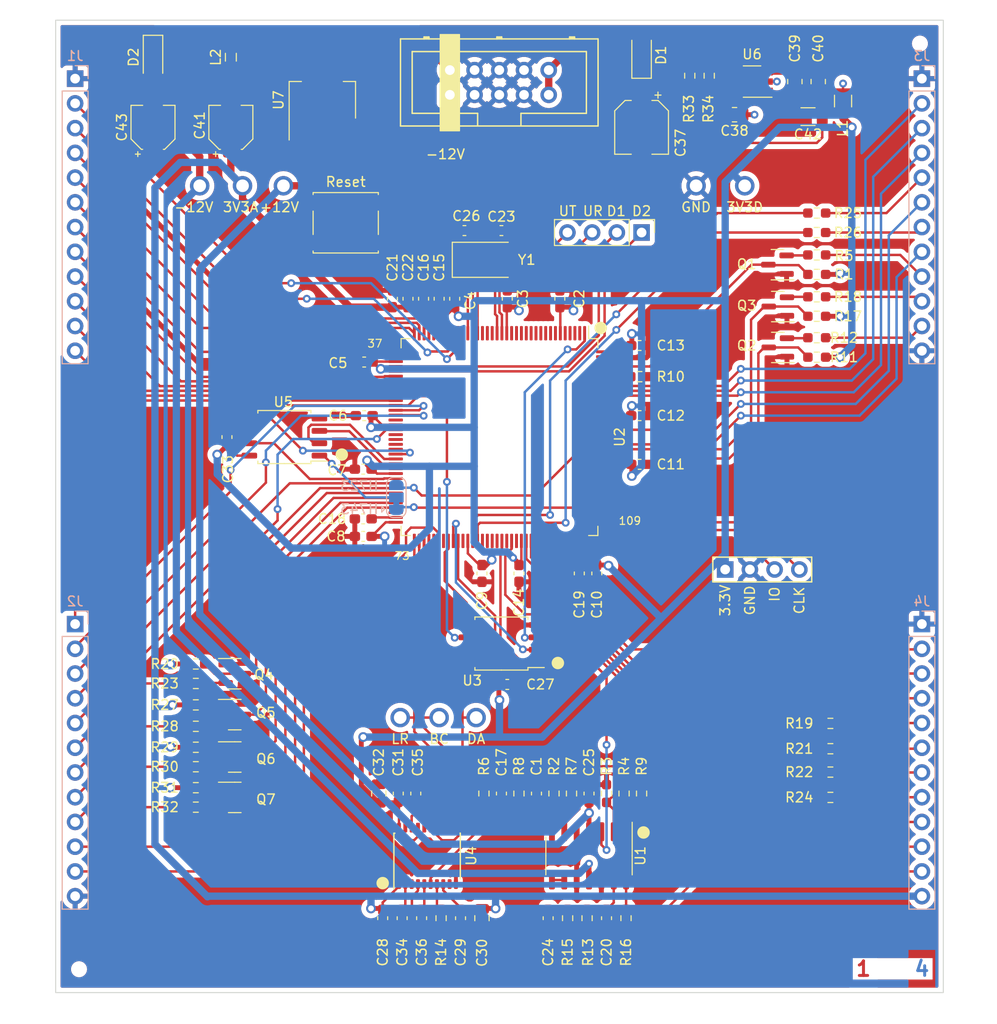
<source format=kicad_pcb>
(kicad_pcb (version 20211014) (generator pcbnew)
  (layers (0 "F.Cu" signal) (1 "In1.Cu" signal) (2 "In2.Cu" signal) (31 "B.Cu" signal) (34 "B.Paste" user) (35 "F.Paste" user) (36 "B.SilkS" user "B.Silkscreen") (37 "F.SilkS" user "F.Silkscreen") (38 "B.Mask" user) (39 "F.Mask" user) (44 "Edge.Cuts" user))
  (net 0 "")
  (net 1 "+3.3VA")
  (net 2 "/KICK_IN")
  (net 3 "/SN_BTN")
  (net 4 "/SN_LED")
  (net 5 "/OH_BTN")
  (net 6 "/OH_LED")
  (net 7 "/CH_BTN")
  (net 8 "/CH_LED")
  (net 9 "/SA_BTN")
  (net 10 "/SA_LED")
  (net 11 "/SNARE_IN")
  (net 12 "GND")
  (net 13 "/KI_BTN")
  (net 14 "/KI_LED")
  (net 15 "/CH_IN")
  (net 16 "/SB_BTN")
  (net 17 "/SB_LED")
  (net 18 "/KICK_ATTACK_POT")
  (net 19 "/KICK_DECAY_POT")
  (net 20 "/KICK_VOL_POT")
  (net 21 "/SNARE_FILTER_POT")
  (net 22 "/SNARE_TUNING_POT")
  (net 23 "/SNARE_VOL_POT")
  (net 24 "/OH_IN")
  (net 25 "/HIHAT_DECAY_POT")
  (net 26 "/HIHAT_VOL_POT")
  (net 27 "/SAMPLER_A_VOICE_POT")
  (net 28 "/SAMPLER_A_SPEED_POT")
  (net 29 "/SAMPLER_A_VOL_POT")
  (net 30 "/SAMPLER_B_VOICE_POT")
  (net 31 "/SAMPLER_B_SPEED_POT")
  (net 32 "/SAMPLER_B_VOL_POT")
  (net 33 "/TEMPO_OUT")
  (net 34 "/USB_DP")
  (net 35 "/USB_DM")
  (net 36 "/USB_VBUS")
  (net 37 "/MIDI_IN")
  (net 38 "/MIDI_LEARN")
  (net 39 "/SEQ_SELECT")
  (net 40 "/TEMPO_POT")
  (net 41 "/AUDIO_OUT_R")
  (net 42 "/AUDIO_OUT_L")
  (net 43 "/SWCLK")
  (net 44 "/SWIO")
  (net 45 "+3V3")
  (net 46 "-12V")
  (net 47 "+12V")
  (net 48 "/VSW")
  (net 49 "/CB")
  (net 50 "Net-(Q1-Pad2)")
  (net 51 "/KICK_CLAMP")
  (net 52 "Net-(Q2-Pad2)")
  (net 53 "/SAMPLER_A_CLAMP")
  (net 54 "Net-(Q3-Pad2)")
  (net 55 "/SNARE_CLAMP")
  (net 56 "Net-(Q4-Pad2)")
  (net 57 "/SAMPLER_B_CLAMP")
  (net 58 "Net-(Q5-Pad2)")
  (net 59 "/CH_CLAMP")
  (net 60 "Net-(Q6-Pad2)")
  (net 61 "Net-(Q7-Pad2)")
  (net 62 "/OH_CLAMP")
  (net 63 "/SAMPLER_A_IN")
  (net 64 "/SAMPLER_B_IN")
  (net 65 "/KI_LED_OUT")
  (net 66 "/SN_LED_OUT")
  (net 67 "/CH_LED_OUT")
  (net 68 "/OH_LED_OUT")
  (net 69 "/SA_LED_OUT")
  (net 70 "/SB_LED_OUT")
  (net 71 "VCC")
  (net 72 "VEE")
  (net 83 "Net-(U2-Pad25)")
  (net 85 "/DAC_DATA")
  (net 86 "/DAC1")
  (net 87 "/DAC2")
  (net 88 "/QSPI_CLK")
  (net 93 "/QSPI_BK2_IO0")
  (net 94 "/QSPI_BK2_IO1")
  (net 95 "/QSPI_BK2_IO2")
  (net 96 "/QSPI_BK2_IO3")
  (net 102 "/QSPI_BK1_IO0")
  (net 103 "/QSPI_BK1_IO1")
  (net 104 "/QSPI_BK1_IO3")
  (net 109 "/QSPI_BK1_NCS")
  (net 113 "Net-(C17-Pad1)")
  (net 116 "/QSPI_BK2_NCS")
  (net 121 "/DAC_BCLK")
  (net 131 "/DAC_LRCLK")
  (net 133 "/QSPI_BK1_IO2")
  (net 134 "/DAC_OUT_L")
  (net 135 "/DAC_OUT_R")
  (net 138 "Net-(C20-Pad1)")
  (net 139 "Net-(C23-Pad1)")
  (net 140 "Net-(C24-Pad1)")
  (net 141 "/FB")
  (net 142 "Net-(C35-Pad2)")
  (net 143 "/VO")
  (net 149 "/TEMPO_CLOCK")
  (net 150 "Net-(U1-Pad8)")
  (net 152 "/OCTOSPIM_P2_NCS")
  (net 153 "Net-(JP1-Pad2)")
  (net 154 "/UART_RX")
  (net 155 "/UART_TX")
  (net 156 "Net-(C1-Pad1)")
  (net 157 "Net-(C1-Pad2)")
  (net 158 "Net-(C18-Pad1)")
  (net 159 "Net-(C19-Pad1)")
  (net 160 "Net-(C20-Pad2)")
  (net 161 "Net-(C26-Pad1)")
  (net 162 "Net-(C34-Pad1)")
  (net 163 "Net-(C34-Pad2)")
  (net 164 "Net-(C36-Pad1)")
  (net 165 "/MIDI_UART")
  (net 166 "Net-(R3-Pad1)")
  (net 167 "Net-(R4-Pad1)")
  (net 168 "Net-(R10-Pad2)")
  (footprint "Resistor_SMD:R_0603_1608Metric_Pad0.98x0.95mm_HandSolder" (layer "F.Cu") (at 84.4 122.5)
    (fp_text reference "R28")
    (fp_text value "4k7")
  )
  (footprint "Resistor_SMD:R_0603_1608Metric_Pad0.98x0.95mm_HandSolder" (layer "F.Cu") (at 149.6 127.2 180)
    (fp_text reference "R22")
    (fp_text value "1k")
  )
  (footprint "Resistor_SMD:R_0603_1608Metric_Pad0.98x0.95mm_HandSolder" (layer "F.Cu") (at 148.2 78.4 180)
    (fp_text reference "R18")
    (fp_text value "4k7")
  )
  (footprint "Resistor_SMD:R_0603_1608Metric_Pad0.98x0.95mm_HandSolder" (layer "F.Cu") (at 117.6 129.4 90)
    (fp_text reference "R8")
    (fp_text value "1k")
  )
  (footprint "Custom_Footprints:Eurorack_10_pin_header" (layer "F.Cu") (at 110.5 57.6625)
    (fp_text reference "J7" hide)
    (fp_text value "Eurorack_10_pin_power")
  )
  (footprint "Capacitor_SMD:C_0603_1608Metric_Pad1.08x0.95mm_HandSolder" (layer "F.Cu") (at 116.4 78.6 -90)
    (fp_text reference "C3")
    (fp_text value "100nF")
  )
  (footprint "Resistor_SMD:R_0805_2012Metric" (layer "F.Cu") (at 148.35 56.3 -90)
    (fp_text reference "C40")
    (fp_text value "10uF")
  )
  (footprint "Package_TO_SOT_SMD:SOT-223-3_TabPin2" (layer "F.Cu") (at 97.4 58.2 90)
    (fp_text reference "U7")
    (fp_text value "LD1117-3.3-4Tab")
  )
  (footprint "Resistor_SMD:R_0603_1608Metric_Pad0.98x0.95mm_HandSolder" (layer "F.Cu") (at 148.2 80.4)
    (fp_text reference "R17")
    (fp_text value "4k7")
  )
  (footprint "Resistor_SMD:R_0603_1608Metric_Pad0.98x0.95mm_HandSolder" (layer "F.Cu") (at 84.4 124.65 180)
    (fp_text reference "R29")
    (fp_text value "4k7")
  )
  (footprint "Resistor_SMD:R_0603_1608Metric_Pad0.98x0.95mm_HandSolder" (layer "F.Cu") (at 148.2 74.1 180)
    (fp_text reference "R5")
    (fp_text value "4k7")
  )
  (footprint "Custom_Footprints:SSOP-20_4.4x6.5mm_Pitch0.65mm_Round_Pads" (layer "F.Cu") (at 108.2 135.8 90)
    (fp_text reference "U4")
    (fp_text value "PCM5100APW")
  )
  (footprint "Resistor_SMD:R_0805_2012Metric" (layer "F.Cu") (at 145.95 56.3 -90)
    (fp_text reference "C39")
    (fp_text value "10uF")
  )
  (footprint "Resistor_SMD:R_0805_2012Metric" (layer "F.Cu") (at 139.75 59.7 180)
    (fp_text reference "C38")
    (fp_text value "100nF")
  )
  (footprint "Resistor_SMD:R_0603_1608Metric_Pad0.98x0.95mm_HandSolder" (layer "F.Cu") (at 84.4 128.8 180)
    (fp_text reference "R31")
    (fp_text value "4k7")
  )
  (footprint "Capacitor_SMD:C_0603_1608Metric_Pad1.08x0.95mm_HandSolder" (layer "F.Cu") (at 105.6 142.2 -90)
    (fp_text reference "C34")
    (fp_text value "2.2uF")
  )
  (footprint "Capacitor_SMD:C_0603_1608Metric_Pad1.08x0.95mm_HandSolder" (layer "F.Cu") (at 125.6 106.8 90)
    (fp_text reference "C10")
    (fp_text value "100nF")
  )
  (footprint "Package_TO_SOT_SMD:SOT-23" (layer "F.Cu") (at 88.4 125.65)
    (fp_text reference "Q6")
    (fp_text value "MMBT3904")
  )
  (footprint "Capacitor_SMD:C_0603_1608Metric_Pad1.08x0.95mm_HandSolder" (layer "F.Cu") (at 120.6 142.2 -90)
    (fp_text reference "C24")
    (fp_text value "2n2")
  )
  (footprint "Custom_Footprints:1.3mm_Test_Point" (layer "F.Cu") (at 109.4 121.6)
    (fp_text reference "TP3" hide)
    (fp_text value "TestPoint")
  )
  (footprint "Resistor_SMD:R_0603_1608Metric_Pad0.98x0.95mm_HandSolder" (layer "F.Cu") (at 123 129.4 -90)
    (fp_text reference "R7")
    (fp_text value "15k")
  )
  (footprint "Custom_Footprints:4_Layer_Markers" (layer "F.Cu") (at 156 147.4)
    (fp_text reference "FID1" hide)
    (fp_text value "4_Layer_Marker")
  )
  (footprint "Capacitor_SMD:C_0603_1608Metric_Pad1.08x0.95mm_HandSolder" (layer "F.Cu") (at 124.8 129.4 90)
    (fp_text reference "C25")
    (fp_text value "2.2uF")
  )
  (footprint "Resistor_SMD:R_0603_1608Metric_Pad0.98x0.95mm_HandSolder" (layer "F.Cu") (at 148.2 69.8 180)
    (fp_text reference "R25")
    (fp_text value "1k")
  )
  (footprint "Capacitor_SMD:C_0805_2012Metric" (layer "F.Cu") (at 103.2 129.4 90)
    (fp_text reference "C32")
    (fp_text value "10uF")
  )
  (footprint "Resistor_SMD:R_0603_1608Metric_Pad0.98x0.95mm_HandSolder" (layer "F.Cu") (at 135.15 55.7 90)
    (fp_text reference "R33")
    (fp_text value "33k")
  )
  (footprint "Resistor_SMD:R_0603_1608Metric_Pad0.98x0.95mm_HandSolder" (layer "F.Cu") (at 128.4 129.4 90)
    (fp_text reference "R4")
    (fp_text value "15k")
  )
  (footprint "Custom_Footprints:1.3mm_Test_Point" (layer "F.Cu") (at 84.8 67)
    (fp_text reference "TP8" hide)
    (fp_text value "TestPoint")
  )
  (footprint "Capacitor_SMD:C_0603_1608Metric_Pad1.08x0.95mm_HandSolder" (layer "F.Cu") (at 87.6 92.8 90)
    (fp_text reference "C33")
    (fp_text value "100nF")
  )
  (footprint "Capacitor_SMD:C_0805_2012Metric" (layer "F.Cu") (at 113.8 142.2 -90)
    (fp_text reference "C30")
    (fp_text value "10uF")
  )
  (footprint "Resistor_SMD:R_0603_1608Metric_Pad0.98x0.95mm_HandSolder" (layer "F.Cu") (at 149.6 129.8 180)
    (fp_text reference "R24")
    (fp_text value "1k")
  )
  (footprint "Resistor_SMD:R_0603_1608Metric_Pad0.98x0.95mm_HandSolder" (layer "F.Cu") (at 130.2 129.4 90)
    (fp_text reference "R9")
    (fp_text value "1k")
  )
  (footprint "Capacitor_SMD:C_0603_1608Metric_Pad1.08x0.95mm_HandSolder" (layer "F.Cu") (at 111 78.6 -90)
    (fp_text reference "C4")
    (fp_text value "100nF")
  )
  (footprint "Capacitor_SMD:C_0603_1608Metric_Pad1.08x0.95mm_HandSolder" (layer "F.Cu") (at 105.2 129.4 90)
    (fp_text reference "C31")
    (fp_text value "100nF")
  )
  (footprint "Capacitor_SMD:C_0603_1608Metric_Pad1.08x0.95mm_HandSolder" (layer "F.Cu") (at 107.6 142.2 -90)
    (fp_text reference "C36")
    (fp_text value "2.2uF")
  )
  (footprint "Package_SO:SOIC-8_5.23x5.23mm_P1.27mm" (layer "F.Cu") (at 93.5 92.8 180)
    (fp_text reference "U5")
    (fp_text value "W25Q128JVS")
  )
  (footprint "Package_TO_SOT_SMD:SOT-23" (layer "F.Cu") (at 144.1625 75.1 180)
    (fp_text reference "Q1")
    (fp_text value "MMBT3904")
  )
  (footprint "Package_TO_SOT_SMD:SOT-23" (layer "F.Cu") (at 88.4 117.1)
    (fp_text reference "Q4")
    (fp_text value "MMBT3904")
  )
  (footprint "Custom_Footprints:1.3mm_Test_Point" (layer "F.Cu") (at 93.4 67)
    (fp_text reference "TP7" hide)
    (fp_text value "TestPoint")
  )
  (footprint "Resistor_SMD:R_0603_1608Metric_Pad0.98x0.95mm_HandSolder" (layer "F.Cu") (at 148.2 71.8 180)
    (fp_text reference "R26")
    (fp_text value "1k")
  )
  (footprint "Resistor_SMD:R_0603_1608Metric_Pad0.98x0.95mm_HandSolder" (layer "F.Cu") (at 137.15 55.7 -90)
    (fp_text reference "R34")
    (fp_text value "10k")
  )
  (footprint "Custom_Footprints:L_0806" (layer "F.Cu") (at 150.9 58.3 -90)
    (fp_text reference "L1")
    (fp_text value "3.3uH")
  )
  (footprint "Package_TO_SOT_SMD:SOT-23" (layer "F.Cu") (at 88.4 129.8)
    (fp_text reference "Q7")
    (fp_text value "MMBT3904")
  )
  (footprint "Resistor_SMD:R_0603_1608Metric" (layer "F.Cu") (at 130 86.6 180)
    (fp_text reference "R10")
    (fp_text value "100k")
  )
  (footprint "Package_SO:SOIC-14_3.9x8.7mm_P1.27mm" (layer "F.Cu") (at 124.8 135.8 -90)
    (fp_text reference "U1")
    (fp_text value "TL074")
  )
  (footprint "Resistor_SMD:R_0603_1608Metric_Pad0.98x0.95mm_HandSolder" (layer "F.Cu") (at 128.6 142.2 -90)
    (fp_text reference "R16")
    (fp_text value "1k")
  )
  (footprint "Capacitor_SMD:C_0603_1608Metric_Pad1.08x0.95mm_HandSolder" (layer "F.Cu") (at 130 95.6 180)
    (fp_text reference "C11")
    (fp_text value "100nF")
  )
  (footprint "Resistor_SMD:R_0603_1608Metric_Pad0.98x0.95mm_HandSolder" (layer "F.Cu") (at 124.6 142.2 90)
    (fp_text reference "R13")
    (fp_text value "47k")
  )
  (footprint "Connector_PinHeader_2.54mm:PinHeader_1x04_P2.54mm_Vertical" (layer "F.Cu") (at 130.2 71.8 -90)
    (fp_text reference "J5" hide)
    (fp_text value "Debug_Header")
  )
  (footprint "Package_TO_SOT_SMD:SOT-23" (layer "F.Cu") (at 144.2 83.6 180)
    (fp_text reference "Q2")
    (fp_text value "MMBT3904")
  )
  (footprint "Resistor_SMD:R_0603_1608Metric_Pad0.98x0.95mm_HandSolder" (layer "F.Cu") (at 84.4 118.1)
    (fp_text reference "R23")
    (fp_text value "4k7")
  )
  (footprint "Capacitor_SMD:C_0603_1608Metric_Pad1.08x0.95mm_HandSolder" (layer "F.Cu") (at 101.7 90.6)
    (fp_text reference "C6")
    (fp_text value "100nF")
  )
  (footprint "Capacitor_SMD:C_0603_1608Metric_Pad1.08x0.95mm_HandSolder" (layer "F.Cu") (at 103.6 142.2 -90)
    (fp_text reference "C28")
    (fp_text value "100nF")
  )
  (footprint "Capacitor_SMD:C_0603_1608Metric_Pad1.08x0.95mm_HandSolder" (layer "F.Cu") (at 130 83.4 180)
    (fp_text reference "C13")
    (fp_text value "100nF")
  )
  (footprint "Package_TO_SOT_SMD:SOT-23" (layer "F.Cu") (at 88.4 121.3)
    (fp_text reference "Q5")
    (fp_text value "MMBT3904")
  )
  (footprint "Resistor_SMD:R_0603_1608Metric_Pad0.98x0.95mm_HandSolder" (layer "F.Cu") (at 126.6 129.4 90)
    (fp_text reference "R3")
    (fp_text value "10k")
  )
  (footprint "Capacitor_SMD:C_0603_1608Metric_Pad1.08x0.95mm_HandSolder" (layer "F.Cu") (at 117.6 106.8 90)
    (fp_text reference "C14")
    (fp_text value "100nF")
  )
  (footprint "Package_QFP:LQFP-144_20x20mm_P0.5mm" (layer "F.Cu") (at 115.6 92.8 -90)
    (fp_text reference "U2")
    (fp_text value "STM32H743ZITx")
  )
  (footprint "Crystal:Crystal_SMD_5032-2Pin_5.0x3.2mm" (layer "F.Cu") (at 113.8 74.6)
    (fp_text reference "Y1")
    (fp_text value "8MHz 20pF")
  )
  (footprint "Capacitor_SMD:C_0603_1608Metric_Pad1.08x0.95mm_HandSolder" (layer "F.Cu") (at 126.6 142.2 90)
    (fp_text reference "C20")
    (fp_text value "100pF")
  )
  (footprint "Capacitor_SMD:C_0603_1608Metric_Pad1.08x0.95mm_HandSolder" (layer "F.Cu") (at 107.8 78.6 -90)
    (fp_text reference "C16")
    (fp_text value "1uF")
  )
  (footprint "Diode_SMD:D_SOD-123" (layer "F.Cu") (at 130.2 53.7125 90)
    (fp_text reference "D1")
    (fp_text value "1N5819")
  )
  (footprint "Capacitor_SMD:C_0603_1608Metric_Pad1.08x0.95mm_HandSolder" (layer "F.Cu") (at 101.7 85.1)
    (fp_text reference "C5")
    (fp_text value "100nF")
  )
  (footprint "Resistor_SMD:R_0603_1608Metric_Pad0.98x0.95mm_HandSolder" (layer "F.Cu") (at 84.4 126.65)
    (fp_text reference "R30")
    (fp_text value "4k7")
  )
  (footprint "Custom_Footprints:1.3mm_Test_Point" (layer "F.Cu") (at 105.4 121.6)
    (fp_text reference "TP1" hide)
    (fp_text value "TestPoint")
  )
  (footprint "Resistor_SMD:R_0603_1608Metric_Pad0.98x0.95mm_HandSolder" (layer "F.Cu") (at 114 129.4 -90)
    (fp_text reference "R6")
    (fp_text value "1k")
  )
  (footprint "Capacitor_SMD:C_0603_1608Metric_Pad1.08x0.95mm_HandSolder" (layer "F.Cu") (at 112 71.6 180)
    (fp_text reference "C26")
    (fp_text value "30pF")
  )
  (footprint "Resistor_SMD:R_0603_1608Metric_Pad0.98x0.95mm_HandSolder" (layer "F.Cu") (at 84.4 130.8)
    (fp_text reference "R32")
    (fp_text value "4k7")
  )
  (footprint "Resistor_SMD:R_0603_1608Metric_Pad0.98x0.95mm_HandSolder" (layer "F.Cu") (at 121.2 129.4 90)
    (fp_text reference "R2")
    (fp_text value "47k")
  )
  (footprint "Capacitor_SMD:C_0603_1608Metric_Pad1.08x0.95mm_HandSolder" (layer "F.Cu") (at 116.4 118.2)
    (fp_text reference "C27")
    (fp_text value "100nF")
  )
  (footprint "Custom_Footprints:1.3mm_Test_Point" (layer "F.Cu") (at 89.2 67)
    (fp_text reference "TP6" hide)
    (fp_text value "TestPoint")
  )
  (footprint "Package_SO:SOIC-8_5.23x5.23mm_P1.27mm" (layer "F.Cu") (at 115.8 114 180)
    (fp_text reference "U3")
    (fp_text value "W25Q128JVS")
  )
  (footprint "Custom_Footprints:JLC_SMT_Tooling_Hole" (layer "F.Cu") (at 72.4 147.44)
    (fp_text reference "H1" hide)
    (fp_text value "JLC_Tooling_Hole" hide)
  )
  (footprint "Capacitor_SMD:CP_Elec_4x5.8" (layer "F.Cu") (at 88 61 90)
    (fp_text reference "C41")
    (fp_text value "22uF")
  )
  (footprint "Custom_Footprints:SW_SPST_EVQQ2" (layer "F.Cu") (at 99.8 70.8 180)
    (fp_text reference "RESET1" hide)
    (fp_text value "SW_Push")
  )
  (footprint "Resistor_SMD:R_0603_1608Metric_Pad0.98x0.95mm_HandSolder" (layer "F.Cu") (at 84.4 120.3 180)
    (fp_text reference "R27")
    (fp_text value "4k7")
  )
  (footprint "Resistor_SMD:R_1206_3216Metric" (layer "F.Cu") (at 147.3 59.9 180)
    (fp_text reference "C42")
    (fp_text value "47uF")
  )
  (footprint "Custom_Footprints:JLC_SMT_Tooling_Hole" (layer "F.Cu") (at 158.8 52.4)
    (fp_text reference "H2" hide)
    (fp_text value "JLC_Tooling_Hole" hide)
  )
  (footprint "Inductor_SMD:L_0805_2012Metric" (layer "F.Cu") (at 88 53.8 90)
    (fp_text reference "L2")
    (fp_text value "L")
  )
  (footprint "Package_TO_SOT_SMD:SOT-23" (layer "F.Cu") (at 144.2 79.4 180)
    (fp_text reference "Q3")
    (fp_text value "MMBT3904")
  )
  (footprint "Resistor_SMD:R_0603_1608Metric_Pad0.98x0.95mm_HandSolder" (layer "F.Cu") (at 148.2 82.6 180)
    (fp_text reference "R12")
    (fp_text value "4k7")
  )
  (footprint "Capacitor_SMD:C_0603_1608Metric_Pad1.08x0.95mm_HandSolder" (layer "F.Cu") (at 101.6 101.2 180)
    (fp_text reference "C18")
    (fp_text value "2.2uF")
  )
  (footprint "Capacitor_SMD:C_0603_1608Metric_Pad1.08x0.95mm_HandSolder" (layer "F.Cu") (at 113.8 106.8 90)
    (fp_text reference "C9")
    (fp_text value "100nF")
  )
  (footprint "Diode_SMD:D_SOD-123" (layer "F.Cu") (at 80 53.8 -90)
    (fp_text reference "D2")
    (fp_text value "1N5819")
  )
  (footprint "Capacitor_SMD:C_0603_1608Metric_Pad1.08x0.95mm_HandSolder" (layer "F.Cu") (at 111.6 142.2 -90)
    (fp_text reference "C29")
    (fp_text value "100nF")
  )
  (footprint "Resistor_SMD:R_0603_1608Metric_Pad0.98x0.95mm_HandSolder" (layer "F.Cu") (at 84.4 116.1 180)
    (fp_text reference "R20")
    (fp_text value "4k7")
  )
  (footprint "Capacitor_SMD:C_0603_1608Metric_Pad1.08x0.95mm_HandSolder" (layer "F.Cu") (at 107 129.4 -90)
    (fp_text reference "C35")
    (fp_text value "100nF")
  )
  (footprint "Capacitor_SMD:C_0603_1608Metric_Pad1.08x0.95mm_HandSolder" (layer "F.Cu") (at 101.6 96.1)
    (fp_text reference "C7")
    (fp_text value "100nF")
  )
  (footprint "Capacitor_SMD:C_0603_1608Metric_Pad1.08x0.95mm_HandSolder" (layer "F.Cu") (at 121.8 78.6 -90)
    (fp_text reference "C2")
    (fp_text value "4.7uF")
  )
  (footprint "Capacitor_SMD:CP_Elec_4x5.8" (layer "F.Cu") (at 80 61 90)
    (fp_text reference "C43")
    (fp_text value "22uF")
  )
  (footprint "Capacitor_SMD:C_0603_1608Metric_Pad1.08x0.95mm_HandSolder" (layer "F.Cu") (at 130 90.6 180)
    (fp_text reference "C12")
    (fp_text value "100nF")
  )
  (footprint "Resistor_SMD:R_0603_1608Metric_Pad0.98x0.95mm_HandSolder" (layer "F.Cu") (at 122.6 142.2 -90)
    (fp_text reference "R15")
    (fp_text value "15k")
  )
  (footprint "Package_TO_SOT_SMD:SOT-23-6_Handsoldering" (layer "F.Cu") (at 141.55 56.3 180)
    (fp_text reference "U6")
    (fp_text value "TPS561201")
  )
  (footprint "Capacitor_SMD:C_0603_1608Metric_Pad1.08x0.95mm_HandSolder" (layer "F.Cu") (at 104.6 78.6 -90)
    (fp_text reference "C21")
    (fp_text value "1uF")
  )
  (footprint "Capacitor_SMD:C_0603_1608Metric_Pad1.08x0.95mm_HandSolder" (layer "F.Cu") (at 115.8 129.4 90)
    (fp_text reference "C17")
    (fp_text value "2n2")
  )
  (footprint "Custom_Footprints:1.3mm_Test_Point" (layer "F.Cu") (at 140.8 67)
    (fp_text reference "TP5" hide)
    (fp_text value "TestPoint")
  )
  (footprint "Custom_Footprints:SWD_header" (layer "F.Cu") (at 138.79 106.4)
    (fp_text reference "J6" hide)
    (fp_text value "SWD_Header")
  )
  (footprint "Capacitor_SMD:CP_Elec_5x5.8" (layer "F.Cu") (at 130.2 61 -90)
    (fp_text reference "C37")
    (fp_text value "47uF")
  )
  (footprint "Capacitor_SMD:C_0603_1608Metric_Pad1.08x0.95mm_HandSolder" (layer "F.Cu") (at 123.8 106.8 -90)
    (fp_text reference "C19")
    (fp_text value "2.2uF")
  )
  (footprint "Capacitor_SMD:C_0603_1608Metric_Pad1.08x0.95mm_HandSolder" (layer "F.Cu") (at 106.2 78.6 -90)
    (fp_text reference "C22")
    (fp_text value "100nF")
  )
  (footprint "Resistor_SMD:R_0603_1608Metric_Pad0.98x0.95mm_HandSolder" (layer "F.Cu") (at 149.6 124.8 180)
    (fp_text reference "R21")
    (fp_text value "1k")
  )
  (footprint "Capacitor_SMD:C_0603_1608Metric_Pad1.08x0.95mm_HandSolder" (layer "F.Cu") (at 101.6 103)
    (fp_text reference "C8")
    (fp_text value "100nF")
  )
  (footprint "Custom_Footprints:1.3mm_Test_Point" (layer "F.Cu") (at 113.2 121.6)
    (fp_text reference "TP2" hide)
    (fp_text value "TestPoint")
  )
  (footprint "Capacitor_SMD:C_0603_1608Metric_Pad1.08x0.95mm_HandSolder" (layer "F.Cu") (at 109.4 78.6 -90)
    (fp_text reference "C15")
    (fp_text value "100nF")
  )
  (footprint "Resistor_SMD:R_0603_1608Metric_Pad0.98x0.95mm_HandSolder" (layer "F.Cu") (at 148.2 84.6)
    (fp_text reference "R11")
    (fp_text value "4k7")
  )
  (footprint "Resistor_SMD:R_0603_1608Metric_Pad0.98x0.95mm_HandSolder" (layer "F.Cu") (at 109.6 142.2 90)
    (fp_text reference "R14")
    (fp_text value "1k")
  )
  (footprint "Resistor_SMD:R_0603_1608Metric_Pad0.98x0.95mm_HandSolder" (layer "F.Cu") (at 148.2 76.1)
    (fp_text reference "R1")
    (fp_text value "4k7")
  )
  (footprint "Capacitor_SMD:C_0603_1608Metric_Pad1.08x0.95mm_HandSolder" (layer "F.Cu") (at 119.4 129.4 90)
    (fp_text reference "C1")
    (fp_text value "100pF")
  )
  (footprint "Resistor_SMD:R_0603_1608Metric_Pad0.98x0.95mm_HandSolder" (layer "F.Cu") (at 149.6 122.2 180)
    (fp_text reference "R19")
    (fp_text value "1k")
  )
  (footprint "Custom_Footprints:1.3mm_Test_Point" (layer "F.Cu") (at 135.8 67)
    (fp_text reference "TP4" hide)
    (fp_text value "TestPoint")
  )
  (footprint "Capacitor_SMD:C_0603_1608Metric_Pad1.08x0.95mm_HandSolder" (layer "F.Cu") (at 115.8 71.6)
    (fp_text reference "C23")
    (fp_text value "30pF")
  )
  (footprint "Connector_PinHeader_2.54mm:PinHeader_1x12_P2.54mm_Vertical" (layer "B.Cu") (at 159 56 180)
    (fp_text reference "J3")
    (fp_text value "Conn_01x12_Female")
  )
  (footprint "Connector_PinHeader_2.54mm:PinHeader_1x12_P2.54mm_Vertical" (layer "B.Cu") (at 72 56 180)
    (fp_text reference "J1")
    (fp_text value "Conn_01x12_Female")
  )
  (footprint "Connector_PinHeader_2.54mm:PinHeader_1x12_P2.54mm_Vertical" (layer "B.Cu") (at 159 112 180)
    (fp_text reference "J4")
    (fp_text value "Conn_01x12_Female")
  )
  (footprint "Connector_PinHeader_2.54mm:PinHeader_1x12_P2.54mm_Vertical" (layer "B.Cu") (at 72 112 180)
    (fp_text reference "J2")
    (fp_text value "Conn_01x12_Female")
  )
  (footprint "Jumper:SolderJumper-3_P1.3mm_Bridged12_RoundedPad1.0x1.5mm" (layer "B.Cu") (at 105 99 90)
    (fp_text reference "JP1" hide)
    (fp_text value "QSPI2_NCS_Select")
  )
  (gr_circle (center 126 81.6) (end 126.565685 81.6) (layer "F.SilkS") (width 0.15) (fill solid))
  (gr_circle (center 130.4 133.4) (end 130.965685 133.4) (layer "F.SilkS") (width 0.15) (fill solid))
  (gr_circle (center 121.6 116) (end 122.165685 116) (layer "F.SilkS") (width 0.15) (fill solid))
  (gr_circle (center 99.4 94.6) (end 99.965685 94.6) (layer "F.SilkS") (width 0.15) (fill solid))
  (gr_circle (center 103.6 138.6) (end 104.165685 138.6) (layer "F.SilkS") (width 0.15) (fill solid))
  (gr_rect locked (start 70 50) (end 161.2 149.84) (layer "Edge.Cuts") (width 0.1) (fill none))
  (gr_text "H743" (at 101.2 100.2) (layer "B.SilkS") (effects (font (size 1 1)) (justify mirror)))
  (gr_text "H723" (at 101.2 97.8) (layer "B.SilkS") (effects (font (size 1 1)) (justify mirror)))
  (gr_text "73" (at 105.6 105) (layer "F.SilkS") (effects (font (size 0.8 0.8) (thickness 0.12))))
  (gr_text "DA" (at 113.2 123.8) (layer "F.SilkS") (effects (font (size 1 1))))
  (gr_text "3V3D" (at 140.8 69.2) (layer "F.SilkS") (effects (font (size 1 1))))
  (gr_text "Reset" (at 99.8 66.6) (layer "F.SilkS") (effects (font (size 1 1))))
  (gr_text "UR" (at 125.2 69.6) (layer "F.SilkS") (effects (font (size 1 1))))
  (gr_text "D2" (at 130.2 69.6) (layer "F.SilkS") (effects (font (size 1 1))))
  (gr_text "GND" (at 135.8 69.2) (layer "F.SilkS") (effects (font (size 1 1))))
  (gr_text "-12V" (at 84.2 69.2) (layer "F.SilkS") (effects (font (size 1 1))))
  (gr_text "+12V" (at 93 69.2) (layer "F.SilkS") (effects (font (size 1 1))))
  (gr_text "BC" (at 109.4 123.8) (layer "F.SilkS") (effects (font (size 1 1))))
  (gr_text "3V3A" (at 89 69.2) (layer "F.SilkS") (effects (font (size 1 1))))
  (gr_text "LR" (at 105.4 123.8) (layer "F.SilkS") (effects (font (size 1 1))))
  (gr_text "37" (at 102.8 83.2) (layer "F.SilkS") (effects (font (size 0.8 0.8) (thickness 0.12))))
  (gr_text "D1" (at 127.6 69.6) (layer "F.SilkS") (effects (font (size 1 1))))
  (gr_text "109" (at 129 101.4) (layer "F.SilkS") (effects (font (size 0.8 0.8) (thickness 0.12))))
  (gr_text "UT" (at 122.6 69.6) (layer "F.SilkS") (effects (font (size 1 1))))
  (segment (start 103.4625 141.2) (end 102.4 141.2) (width 0.5) (layer "F.Cu") (net 1))
  (segment (start 89.2 67) (end 89.2 68.414213) (width 0.75) (layer "F.Cu") (net 1))
  (segment (start 108.35 82.1375) (end 108.35 81.063588) (width 0.25) (layer "F.Cu") (net 1))
  (segment (start 104.6 79.4625) (end 106.2 79.4625) (width 0.5) (layer "F.Cu") (net 1))
  (segment (start 109.825 139.350361) (end 109.825 138.7) (width 0.25) (layer "F.Cu") (net 1))
  (segment (start 83.4875 124.65) (end 81.85 124.65) (width 0.5) (layer "F.Cu") (net 1))
  (segment (start 100.248287 79.4625) (end 104.6 79.4625) (width 0.75) (layer "F.Cu") (net 1))
  (segment (start 109.4 79.4625) (end 107.8 79.4625) (width 0.5) (layer "F.Cu") (net 1))
  (segment (start 103.6 141.3375) (end 103.6 140.5875) (width 0.25) (layer "F.Cu") (net 1))
  (segment (start 105.275 138.9125) (end 105.275 138.7) (width 0.25) (layer "F.Cu") (net 1))
  (segment (start 113.85 141.2) (end 115.2 141.2) (width 0.5) (layer "F.Cu") (net 1))
  (segment (start 89.2 68.414213) (end 100.248287 79.4625) (width 0.75) (layer "F.Cu") (net 1))
  (segment (start 83.4875 128.8) (end 81.8 128.8) (width 0.5) (layer "F.Cu") (net 1))
  (segment (start 103.6 141.3375) (end 103.4625 141.2) (width 0.5) (layer "F.Cu") (net 1))
  (segment (start 88 54.8625) (end 88.4625 54.8625) (width 0.75) (layer "F.Cu") (net 1))
  (segment (start 90.6 60.2) (end 88 62.8) (width 0.75) (layer "F.Cu") (net 1))
  (segment (start 88.4625 54.8625) (end 90.6 57) (width 0.75) (layer "F.Cu") (net 1))
  (segment (start 109.4 79.4625) (end 108.85 80.0125) (width 0.25) (layer "F.Cu") (net 1))
  (segment (start 111.6 141.3375) (end 111.6 141.125361) (width 0.25) (layer "F.Cu") (net 1))
  (segment (start 90.6 57) (end 90.6 60.2) (width 0.75) (layer "F.Cu") (net 1))
  (segment (start 108.85 80.0125) (end 108.85 82.1375) (width 0.25) (layer "F.Cu") (net 1))
  (segment (start 108.35 81.063588) (end 106.748912 79.4625) (width 0.25) (layer "F.Cu") (net 1))
  (segment (start 103.6 140.5875) (end 105.275 138.9125) (width 0.25) (layer "F.Cu") (net 1))
  (segment (start 111.6 141.3375) (end 111.6875 141.25) (width 0.5) (layer "F.Cu") (net 1))
  (segment (start 88 65.8) (end 88 62.8) (width 0.75) (layer "F.Cu") (net 1))
  (segment (start 89.2 67) (end 88 65.8) (width 0.75) (layer "F.Cu") (net 1))
  (segment (start 83.4875 116.1) (end 81.8 116.1) (width 0.5) (layer "F.Cu") (net 1))
  (segment (start 106.2 79.4625) (end 107.8 79.4625) (width 0.5) (layer "F.Cu") (net 1))
  (segment (start 113.8 141.25) (end 113.85 141.2) (width 0.5) (layer "F.Cu") (net 1))
  (segment (start 111.6 141.125361) (end 109.825 139.350361) (width 0.25) (layer "F.Cu") (net 1))
  (segment (start 82.025 120.3) (end 82 120.3) (width 0.5) (layer "F.Cu") (net 1))
  (segment (start 111.6875 141.25) (end 113.8 141.25) (width 0.5) (layer "F.Cu") (net 1))
  (segment (start 81.85 124.65) (end 81.8 124.6) (width 0.5) (layer "F.Cu") (net 1))
  (segment (start 83.4875 120.3) (end 82.025 120.3) (width 0.5) (layer "F.Cu") (net 1))
  (via (at 102.4 141.2) (size 1) (drill 0.6) (layers "F.Cu" "B.Cu") (net 1))
  (via (at 81.8 124.6) (size 1) (drill 0.6) (layers "F.Cu" "B.Cu") (net 1))
  (via (at 115.2 141.2) (size 1) (drill 0.6) (layers "F.Cu" "B.Cu") (net 1))
  (via (at 81.8 128.8) (size 1) (drill 0.6) (layers "F.Cu" "B.Cu") (net 1))
  (via (at 82 120.3) (size 1) (drill 0.6) (layers "F.Cu" "B.Cu") (net 1))
  (via (at 81.8 116.1) (size 1) (drill 0.6) (layers "F.Cu" "B.Cu") (net 1))
  (segment (start 82.8 64.6) (end 80.2 67.2) (width 0.75) (layer "B.Cu") (net 1))
  (segment (start 89.2 67) (end 86.8 64.6) (width 0.75) (layer "B.Cu") (net 1))
  (segment (start 115.2 140.2) (end 115.2 141.2) (width 0.75) (layer "B.Cu") (net 1))
  (segment (start 80.2 134.6) (end 85.6 140) (width 0.75) (layer "B.Cu") (net 1))
  (segment (start 85.6 140) (end 85.66 139.94) (width 0.75) (layer "B.Cu") (net 1))
  (segment (start 80.2 124.8) (end 80.4 124.6) (width 0.5) (layer "B.Cu") (net 1))
  (segment (start 80.2 120.6) (end 80.2 124.8) (width 0.75) (layer "B.Cu") (net 1))
  (segment (start 80.4 128.8) (end 80.2 129) (width 0.5) (layer "B.Cu") (net 1))
  (segment (start 80.4 124.6) (end 81.8 124.6) (width 0.5) (layer "B.Cu") (net 1))
  (segment (start 82 116.4) (end 80.4 116.4) (width 0.5) (layer "B.Cu") (net 1))
  (segment (start 80.2 116.2) (end 80.2 120.6) (width 0.75) (layer "B.Cu") (net 1))
  (segment (start 80.2 129) (end 80.2 134.6) (width 0.75) (layer "B.Cu") (net 1))
  (segment (start 80.2 120.6) (end 81.8 120.6) (width 0.5) (layer "B.Cu") (net 1))
  (segment (start 85.66 139.94) (end 159 139.94) (width 0.75) (layer "B.Cu") (net 1))
  (segment (start 80.2 67.2) (end 80.2 116.2) (width 0.75) (layer "B.Cu") (net 1))
  (segment (start 86.8 64.6) (end 82.8 64.6) (width 0.75) (layer "B.Cu") (net 1))
  (segment (start 80.4 116.4) (end 80.2 116.2) (width 0.5) (layer "B.Cu") (net 1))
  (segment (start 102.4 140) (end 102.4 141.2) (width 0.75) (layer "B.Cu") (net 1))
  (segment (start 81.8 128.8) (end 80.4 128.8) (width 0.5) (layer "B.Cu") (net 1))
  (segment (start 80.2 124.8) (end 80.2 129) (width 0.75) (layer "B.Cu") (net 1))
  (segment (start 149.1125 82.6) (end 157.8 82.6) (width 0.25) (layer "F.Cu") (net 2))
  (segment (start 157.8 82.6) (end 159 81.4) (width 0.25) (layer "F.Cu") (net 2))
  (segment (start 140.05 88.55) (end 140.4 88.2) (width 0.25) (layer "F.Cu") (net 3))
  (segment (start 126.2625 88.55) (end 140.05 88.55) (width 0.25) (layer "F.Cu") (net 3))
  (via (at 140.4 88.2) (size 0.8) (drill 0.4) (layers "F.Cu" "B.Cu") (net 3))
  (segment (start 152 88.2) (end 140.4 88.2) (width 0.25) (layer "B.Cu") (net 3))
  (segment (start 159 63.62) (end 154.8 67.82) (width 0.25) (layer "B.Cu") (net 3))
  (segment (start 154.8 67.82) (end 154.8 85.4) (width 0.25) (layer "B.Cu") (net 3))
  (segment (start 154.8 85.4) (end 152 88.2) (width 0.25) (layer "B.Cu") (net 3))
  (segment (start 150.5125 124.8) (end 158.9 124.8) (width 0.25) (layer "F.Cu") (net 4))
  (segment (start 158.9 124.8) (end 159 124.7) (width 0.25) (layer "F.Cu") (net 4))
  (segment (start 126.2625 93.55) (end 137.45 93.55) (width 0.25) (layer "F.Cu") (net 5))
  (segment (start 137.45 93.55) (end 140.4 90.6) (width 0.25) (layer "F.Cu") (net 5))
  (via (at 140.4 90.6) (size 0.8) (drill 0.4) (layers "F.Cu" "B.Cu") (net 5))
  (segment (start 156.4 76.38) (end 156.4 86.8) (width 0.25) (layer "B.Cu") (net 5))
  (segment (start 156.4 86.8) (end 152.6 90.6) (width 0.25) (layer "B.Cu") (net 5))
  (segment (start 152.6 90.6) (end 140.4 90.6) (width 0.25) (layer "B.Cu") (net 5))
  (segment (start 159 73.78) (end 156.4 76.38) (width 0.25) (layer "B.Cu") (net 5))
  (segment (start 150.5325 129.78) (end 159 129.78) (width 0.25) (layer "F.Cu") (net 6))
  (segment (start 150.5125 129.8) (end 150.5325 129.78) (width 0.25) (layer "F.Cu") (net 6))
  (segment (start 104.9375 97.55) (end 94.05 97.55) (width 0.25) (layer "F.Cu") (net 7))
  (segment (start 94.05 97.55) (end 72 119.6) (width 0.25) (layer "F.Cu") (net 7))
  (segment (start 72 119.6) (end 72 119.62) (width 0.25) (layer "F.Cu") (net 7))
  (segment (start 150.5125 127.2) (end 150.5525 127.24) (width 0.25) (layer "F.Cu") (net 8))
  (segment (start 150.5525 127.24) (end 159 127.24) (width 0.25) (layer "F.Cu") (net 8))
  (segment (start 138.65 87.55) (end 140.4 85.8) (width 0.25) (layer "F.Cu") (net 9))
  (segment (start 126.2625 87.55) (end 138.65 87.55) (width 0.25) (layer "F.Cu") (net 9))
  (via (at 140.4 85.8) (size 0.8) (drill 0.4) (layers "F.Cu" "B.Cu") (net 9))
  (segment (start 159 58.54) (end 153.2 64.34) (width 0.25) (layer "B.Cu") (net 9))
  (segment (start 153.2 64.34) (end 153.2 84.2) (width 0.25) (layer "B.Cu") (net 9))
  (segment (start 153.2 84.2) (end 151.6 85.8) (width 0.25) (layer "B.Cu") (net 9))
  (segment (start 151.6 85.8) (end 140.4 85.8) (width 0.25) (layer "B.Cu") (net 9))
  (segment (start 149.1125 69.8) (end 155.36 69.8) (width 0.25) (layer "F.Cu") (net 10))
  (segment (start 155.36 69.8) (end 159 66.16) (width 0.25) (layer "F.Cu") (net 10))
  (segment (start 158.54 78.4) (end 159 78.86) (width 0.25) (layer "F.Cu") (net 11))
  (segment (start 149.225 78.4) (end 158.54 78.4) (width 0.25) (layer "F.Cu") (net 11))
  (segment (start 126.6 128.4875) (end 126.625 128.5125) (width 0.25) (layer "F.Cu") (net 12))
  (segment (start 115.8 128.4875) (end 115.825 128.4875) (width 0.25) (layer "F.Cu") (net 12))
  (segment (start 139.35 88.05) (end 140.4 87) (width 0.25) (layer "F.Cu") (net 13))
  (segment (start 126.2625 88.05) (end 139.35 88.05) (width 0.25) (layer "F.Cu") (net 13))
  (via (at 140.4 87) (size 0.8) (drill 0.4) (layers "F.Cu" "B.Cu") (net 13))
  (segment (start 151.8 87) (end 140.4 87) (width 0.25) (layer "B.Cu") (net 13))
  (segment (start 159 61.08) (end 154 66.08) (width 0.25) (layer "B.Cu") (net 13))
  (segment (start 154 84.8) (end 151.8 87) (width 0.25) (layer "B.Cu") (net 13))
  (segment (start 154 66.08) (end 154 84.8) (width 0.25) (layer "B.Cu") (net 13))
  (segment (start 150.5525 122.16) (end 159 122.16) (width 0.25) (layer "F.Cu") (net 14))
  (segment (start 150.5125 122.2) (end 150.5525 122.16) (width 0.25) (layer "F.Cu") (net 14))
  (segment (start 78.6 118.1) (end 72 124.7) (width 0.25) (layer "F.Cu") (net 15))
  (segment (start 83.4875 118.1) (end 78.6 118.1) (width 0.25) (layer "F.Cu") (net 15))
  (segment (start 137.75 92.05) (end 140.4 89.4) (width 0.25) (layer "F.Cu") (net 16))
  (segment (start 126.2625 92.05) (end 137.75 92.05) (width 0.25) (layer "F.Cu") (net 16))
  (via (at 140.4 89.4) (size 0.8) (drill 0.4) (layers "F.Cu" "B.Cu") (net 16))
  (segment (start 159 68.7) (end 155.6 72.1) (width 0.25) (layer "B.Cu") (net 16))
  (segment (start 155.6 86) (end 152.2 89.4) (width 0.25) (layer "B.Cu") (net 16))
  (segment (start 155.6 72.1) (end 155.6 86) (width 0.25) (layer "B.Cu") (net 16))
  (segment (start 152.2 89.4) (end 140.4 89.4) (width 0.25) (layer "B.Cu") (net 16))
  (segment (start 158.44 71.8) (end 159 71.24) (width 0.25) (layer "F.Cu") (net 17))
  (segment (start 149.1125 71.8) (end 158.44 71.8) (width 0.25) (layer "F.Cu") (net 17))
  (segment (start 89.00596 80.62596) (end 72 63.62) (width 0.25) (layer "F.Cu") (net 18))
  (segment (start 107.85 81.199292) (end 107.276668 80.62596) (width 0.25) (layer "F.Cu") (net 18))
  (segment (start 107.276668 80.62596) (end 89.00596 80.62596) (width 0.25) (layer "F.Cu") (net 18))
  (segment (start 107.85 82.1375) (end 107.85 81.199292) (width 0.25) (layer "F.Cu") (net 18))
  (segment (start 86.91548 81.07548) (end 72 66.16) (width 0.25) (layer "F.Cu") (net 19))
  (segment (start 107.35 82.1375) (end 107.35 81.334994) (width 0.25) (layer "F.Cu") (net 19))
  (segment (start 107.35 81.334994) (end 107.090484 81.07548) (width 0.25) (layer "F.Cu") (net 19))
  (segment (start 107.090484 81.07548) (end 86.91548 81.07548) (width 0.25) (layer "F.Cu") (net 19))
  (segment (start 84.9 81.6) (end 72 68.7) (width 0.25) (layer "F.Cu") (net 20))
  (segment (start 106.3125 81.6) (end 84.9 81.6) (width 0.25) (layer "F.Cu") (net 20))
  (segment (start 106.85 82.1375) (end 106.3125 81.6) (width 0.25) (layer "F.Cu") (net 20))
  (segment (start 111.85 82.1375) (end 111.85 83.15) (width 0.25) (layer "F.Cu") (net 21))
  (segment (start 72 58.54) (end 90.46 77) (width 0.25) (layer "F.Cu") (net 21))
  (segment (start 90.46 77) (end 94.2 77) (width 0.25) (layer "F.Cu") (net 21))
  (segment (start 111.85 83.15) (end 110.2 84.8) (width 0.25) (layer "F.Cu") (net 21))
  (via (at 94.2 77) (size 0.8) (drill 0.4) (layers "F.Cu" "B.Cu") (net 21))
  (via (at 110.2 84.8) (size 0.8) (drill 0.4) (layers "F.Cu" "B.Cu") (net 21))
  (segment (start 102.4 77) (end 94.2 77) (width 0.25) (layer "B.Cu") (net 21))
  (segment (start 110.2 84.8) (end 102.4 77) (width 0.25) (layer "B.Cu") (net 21))
  (segment (start 104.9375 84.05) (end 84.81 84.05) (width 0.25) (layer "F.Cu") (net 22))
  (segment (start 84.81 84.05) (end 72 71.24) (width 0.25) (layer "F.Cu") (net 22))
  (segment (start 104.91202 87.57548) (end 80.71548 87.57548) (width 0.25) (layer "F.Cu") (net 23))
  (segment (start 80.71548 87.57548) (end 72 78.86) (width 0.25) (layer "F.Cu") (net 23))
  (segment (start 104.9375 87.55) (end 104.91202 87.57548) (width 0.25) (layer "F.Cu") (net 23))
  (segment (start 76.74 122.5) (end 72 127.24) (width 0.25) (layer "F.Cu") (net 24))
  (segment (start 83.4875 122.5) (end 76.74 122.5) (width 0.25) (layer "F.Cu") (net 24))
  (segment (start 103.741521 86.624501) (end 84.844501 86.624501) (width 0.25) (layer "F.Cu") (net 25))
  (segment (start 84.844501 86.624501) (end 72 73.78) (width 0.25) (layer "F.Cu") (net 25))
  (segment (start 103.816022 86.55) (end 103.741521 86.624501) (width 0.25) (layer "F.Cu") (net 25))
  (segment (start 104.9375 86.55) (end 103.816022 86.55) (width 0.25) (layer "F.Cu") (net 25))
  (segment (start 72 112) (end 72 93.6) (width 0.25) (layer "F.Cu") (net 26))
  (segment (start 72 93.6) (end 76.55 89.05) (width 0.25) (layer "F.Cu") (net 26))
  (segment (start 76.55 89.05) (end 104.9375 89.05) (width 0.25) (layer "F.Cu") (net 26))
  (segment (start 72 61.08) (end 89.52 78.6) (width 0.25) (layer "F.Cu") (net 27))
  (segment (start 111.35 82.940006) (end 110.277707 84.012299) (width 0.25) (layer "F.Cu") (net 27))
  (segment (start 111.35 82.1375) (end 111.35 82.940006) (width 0.25) (layer "F.Cu") (net 27))
  (segment (start 89.52 78.6) (end 95.8 78.6) (width 0.25) (layer "F.Cu") (net 27))
  (segment (start 110.277707 84.012299) (end 108.3 84.012299) (width 0.25) (layer "F.Cu") (net 27))
  (segment (start 108.3 84.012299) (end 108.2 84.112299) (width 0.25) (layer "F.Cu") (net 27))
  (via (at 108.2 84.112299) (size 0.8) (drill 0.4) (layers "F.Cu" "B.Cu") (net 27))
  (via (at 95.8 78.6) (size 0.8) (drill 0.4) (layers "F.Cu" "B.Cu") (net 27))
  (segment (start 108.2 84.112299) (end 102.687701 78.6) (width 0.25) (layer "B.Cu") (net 27))
  (segment (start 102.687701 78.6) (end 95.8 78.6) (width 0.25) (layer "B.Cu") (net 27))
  (segment (start 78.65 88.05) (end 104.9375 88.05) (width 0.25) (layer "F.Cu") (net 28))
  (segment (start 72 81.4) (end 78.65 88.05) (width 0.25) (layer "F.Cu") (net 28))
  (segment (start 107.35 90.05) (end 107.8 89.6) (width 0.25) (layer "F.Cu") (net 29))
  (segment (start 72 114.349022) (end 72 114.54) (width 0.25) (layer "F.Cu") (net 29))
  (segment (start 104.9375 90.05) (end 107.35 90.05) (width 0.25) (layer "F.Cu") (net 29))
  (segment (start 87.97 96.17) (end 87.97 98.379022) (width 0.25) (layer "F.Cu") (net 29))
  (segment (start 87.97 98.379022) (end 72 114.349022) (width 0.25) (layer "F.Cu") (net 29))
  (via (at 87.97 96.17) (size 0.8) (drill 0.4) (layers "F.Cu" "B.Cu") (net 29))
  (via (at 107.8 89.6) (size 0.8) (drill 0.4) (layers "F.Cu" "B.Cu") (net 29))
  (segment (start 107.8 89.6) (end 94.54 89.6) (width 0.25) (layer "B.Cu") (net 29))
  (segment (start 94.54 89.6) (end 87.97 96.17) (width 0.25) (layer "B.Cu") (net 29))
  (segment (start 104.913488 87.074012) (end 104.9375 87.05) (width 0.25) (layer "F.Cu") (net 30))
  (segment (start 72.12 76.32) (end 82.874012 87.074012) (width 0.25) (layer "F.Cu") (net 30))
  (segment (start 82.874012 87.074012) (end 104.913488 87.074012) (width 0.25) (layer "F.Cu") (net 30))
  (segment (start 72 76.32) (end 72.12 76.32) (width 0.25) (layer "F.Cu") (net 30))
  (segment (start 76.61 88.55) (end 104.9375 88.55) (width 0.25) (layer "F.Cu") (net 31))
  (segment (start 72 83.94) (end 76.61 88.55) (width 0.25) (layer "F.Cu") (net 31))
  (segment (start 104.9375 90.55) (end 107.748501 90.55) (width 0.25) (layer "F.Cu") (net 32))
  (segment (start 91.6 97.48) (end 91.6 95.4) (width 0.25) (layer "F.Cu") (net 32))
  (segment (start 72 117.08) (end 91.6 97.48) (width 0.25) (layer "F.Cu") (net 32))
  (segment (start 107.748501 90.55) (end 107.80903 90.610529) (width 0.25) (layer "F.Cu") (net 32))
  (via (at 91.6 95.4) (size 0.8) (drill 0.4) (layers "F.Cu" "B.Cu") (net 32))
  (via (at 107.80903 90.610529) (size 0.8) (drill 0.4) (layers "F.Cu" "B.Cu") (net 32))
  (segment (start 91.6 94.2) (end 91.6 95.4) (width 0.25) (layer "B.Cu") (net 32))
  (segment (start 95.189471 90.610529) (end 91.6 94.2) (width 0.25) (layer "B.Cu") (net 32))
  (segment (start 107.80903 90.610529) (end 95.189471 90.610529) (width 0.25) (layer "B.Cu") (net 32))
  (segment (start 136.5725 134.86) (end 159 134.86) (width 0.25) (layer "F.Cu") (net 33))
  (segment (start 130.2 128.4875) (end 136.5725 134.86) (width 0.25) (layer "F.Cu") (net 33))
  (segment (start 158.94 114.6) (end 159 114.54) (width 0.25) (layer "F.Cu") (net 34))
  (segment (start 122.35 107.95) (end 129 114.6) (width 0.25) (layer "F.Cu") (net 34))
  (segment (start 122.35 103.4625) (end 122.35 107.95) (width 0.25) (layer "F.Cu") (net 34))
  (segment (start 129 114.6) (end 158.94 114.6) (width 0.25) (layer "F.Cu") (net 34))
  (segment (start 121.85 108.25) (end 130.68 117.08) (width 0.25) (layer "F.Cu") (net 35))
  (segment (start 121.85 103.4625) (end 121.85 108.25) (width 0.25) (layer "F.Cu") (net 35))
  (segment (start 130.68 117.08) (end 159 117.08) (width 0.25) (layer "F.Cu") (net 35))
  (segment (start 121.4 105.6) (end 121.4 108.6) (width 0.25) (layer "F.Cu") (net 36))
  (segment (start 121.4 108.6) (end 132.42 119.62) (width 0.25) (layer "F.Cu") (net 36))
  (segment (start 120.85 105.05) (end 121.4 105.6) (width 0.25) (layer "F.Cu") (net 36))
  (segment (start 132.42 119.62) (end 159 119.62) (width 0.25) (layer "F.Cu") (net 36))
  (segment (start 120.85 103.4625) (end 120.85 105.05) (width 0.25) (layer "F.Cu") (net 36))
  (segment (start 149.1125 74.1) (end 156.78 74.1) (width 0.25) (layer "F.Cu") (net 37))
  (segment (start 156.78 74.1) (end 159 76.32) (width 0.25) (layer "F.Cu") (net 37))
  (segment (start 99.95 100.05) (end 104.9375 100.05) (width 0.25) (layer "F.Cu") (net 38))
  (segment (start 94.6 128.8) (end 94.6 105.4) (width 0.25) (layer "F.Cu") (net 38))
  (segment (start 72 134.86) (end 88.54 134.86) (width 0.25) (layer "F.Cu") (net 38))
  (segment (start 94.6 105.4) (end 99.95 100.05) (width 0.25) (layer "F.Cu") (net 38))
  (segment (start 88.54 134.86) (end 94.6 128.8) (width 0.25) (layer "F.Cu") (net 38))
  (segment (start 95.5 131.1) (end 89.2 137.4) (width 0.25) (layer "F.Cu") (net 39))
  (segment (start 109.35 103.4625) (end 109.35 102.659994) (width 0.25) (layer "F.Cu") (net 39))
  (segment (start 106 104.665966) (end 95.5 115.165966) (width 0.25) (layer "F.Cu") (net 39))
  (segment (start 95.5 115.165966) (end 95.5 131.1) (width 0.25) (layer "F.Cu") (net 39))
  (segment (start 108.790006 102.1) (end 106.5 102.1) (width 0.25) (layer "F.Cu") (net 39))
  (segment (start 106.5 102.1) (end 106 102.6) (width 0.25) (layer "F.Cu") (net 39))
  (segment (start 106 102.6) (end 106 104.665966) (width 0.25) (layer "F.Cu") (net 39))
  (segment (start 109.35 102.659994) (end 108.790006 102.1) (width 0.25) (layer "F.Cu") (net 39))
  (segment (start 89.2 137.4) (end 72 137.4) (width 0.25) (layer "F.Cu") (net 39))
  (segment (start 92.8 101.36) (end 92.8 100.2) (width 0.25) (layer "F.Cu") (net 40))
  (segment (start 72 122.16) (end 92.8 101.36) (width 0.25) (layer "F.Cu") (net 40))
  (segment (start 104.9375 92.05) (end 103.95 92.05) (width 0.25) (layer "F.Cu") (net 40))
  (segment (start 103.95 92.05) (end 103 93) (width 0.25) (layer "F.Cu") (net 40))
  (via (at 92.8 100.2) (size 0.8) (drill 0.4) (layers "F.Cu" "B.Cu") (net 40))
  (via (at 103 93) (size 0.8) (drill 0.4) (layers "F.Cu" "B.Cu") (net 40))
  (segment (start 92.8 94.6) (end 92.8 100.2) (width 0.25) (layer "B.Cu") (net 40))
  (segment (start 103 93) (end 94.4 93) (width 0.25) (layer "B.Cu") (net 40))
  (segment (start 94.4 93) (end 92.8 94.6) (width 0.25) (layer "B.Cu") (net 40))
  (segment (start 128.9125 142.8) (end 131.2 142.8) (width 0.25) (layer "F.Cu") (net 41))
  (segment (start 128.6 143.1125) (end 128.9125 142.8) (width 0.25) (layer "F.Cu") (net 41))
  (segment (start 131.2 142.8) (end 136.6 137.4) (width 0.25) (layer "F.Cu") (net 41))
  (segment (start 136.6 137.4) (end 159 137.4) (width 0.25) (layer "F.Cu") (net 41))
  (segment (start 131.6 126.6) (end 119.4875 126.6) (width 0.25) (layer "F.Cu") (net 42))
  (segment (start 137.32 132.32) (end 131.6 126.6) (width 0.25) (layer "F.Cu") (net 42))
  (segment (start 119.4875 126.6) (end 117.6 128.4875) (width 0.25) (layer "F.Cu") (net 42))
  (segment (start 159 132.32) (end 137.32 132.32) (width 0.25) (layer "F.Cu") (net 42))
  (segment (start 146.41 106.4) (end 141.56 101.55) (width 0.25) (layer "F.Cu") (net 43))
  (segment (start 141.56 101.55) (end 126.2625 101.55) (width 0.25) (layer "F.Cu") (net 43))
  (segment (start 122.85 102.659994) (end 123.160972 102.349022) (width 0.25) (layer "F.Cu") (net 44))
  (segment (start 123.160972 102.349022) (end 139.819022 102.349022) (width 0.25) (layer "F.Cu") (net 44))
  (segment (start 122.85 103.4625) (end 122.85 102.659994) (width 0.25) (layer "F.Cu") (net 44))
  (segment (start 139.819022 102.349022) (end 143.87 106.4) (width 0.25) (layer "F.Cu") (net 44))
  (segment (start 129.1375 90.6) (end 129.1375 89.6625) (width 0.5) (layer "F.Cu") (net 45))
  (segment (start 135.15 56.6125) (end 135.15 60.75) (width 0.25) (layer "F.Cu") (net 45))
  (segment (start 149.4625 59.2) (end 148.7625 59.9) (width 0.5) (layer "F.Cu") (net 45))
  (segment (start 150.9 59.2) (end 150.9 60.1) (width 0.75) (layer "F.Cu") (net 45))
  (segment (start 122.8625 79.4625) (end 123.2 79.8) (width 0.5) (layer "F.Cu") (net 45))
  (segment (start 102 95.2) (end 102 95.6375) (width 0.5) (layer "F.Cu") (net 45))
  (segment (start 121.8 79.4625) (end 122.8625 79.4625) (width 0.5) (layer "F.Cu") (net 45))
  (segment (start 103.0125 96.55) (end 102.5625 96.1) (width 0.25) (layer "F.Cu") (net 45))
  (segment (start 112.2 115.905) (end 113.2425 115.905) (width 0.5) (layer "F.Cu") (net 45))
  (segment (start 103.5125 91.55) (end 104.9375 91.55) (width 0.25) (layer "F.Cu") (net 45))
  (segment (start 103.2625 85.8) (end 103.4 85.8) (width 0.25) (layer "F.Cu") (net 45))
  (segment (start 129.0875 95.55) (end 126.2625 95.55) (width 0.25) (layer "F.Cu") (net 45))
  (segment (start 149.1125 84.6) (end 150.6 84.6) (width 0.5) (layer "F.Cu") (net 45))
  (segment (start 150.9 59.2) (end 149.4625 59.2) (width 0.5) (layer "F.Cu") (net 45))
  (segment (start 107.225 132.9) (end 107.225 133.8) (width 0.25) (layer "F.Cu") (net 45))
  (segment (start 111 79.4625) (end 111 80) (width 0.25) (layer "F.Cu") (net 45))
  (segment (start 102.5625 85.1) (end 103.2625 85.8) (width 0.25) (layer "F.Cu") (net 45))
  (segment (start 104.9375 101.55) (end 103.9125 101.55) (width 0.25) (layer "F.Cu") (net 45))
  (segment (start 102.4 91.8) (end 102.4 90.7625) (width 0.5) (layer "F.Cu") (net 45))
  (segment (start 115.5375 118.2) (end 115.5375 119.7375) (width 0.5) (layer "F.Cu") (net 45))
  (segment (start 87.6 93.6625) (end 86.6625 94.6) (width 0.5) (layer "F.Cu") (net 45))
  (segment (start 117.2625 79.4625) (end 117.6 79.8) (width 0.5) (layer "F.Cu") (net 45))
  (segment (start 87.6 93.6625) (end 88.6425 94.705) (width 0.25) (layer "F.Cu") (net 45))
  (segment (start 148.2 62.6) (end 148.7625 62.0375) (width 0.25) (layer "F.Cu") (net 45))
  (segment (start 129.2 83.4) (end 129.2 82.2) (width 0.5) (layer "F.Cu") (net 45))
  (segment (start 128.05 84.55) (end 128.55 84.05) (width 0.25) (layer "F.Cu") (net 45))
  (segment (start 112.35 103.4625) (end 112.35 104.75) (width 0.25) (layer "F.Cu") (net 45))
  (segment (start 117.85 105.6875) (end 117.85 103.4625) (width 0.25) (layer "F.Cu") (net 45))
  (segment (start 116.35 79.5125) (end 116.4 79.4625) (width 0.25) (layer "F.Cu") (net 45))
  (segment (start 148.7625 62.0375) (end 148.7625 59.9) (width 0.25) (layer "F.Cu") (net 45))
  (segment (start 149.1125 76.1) (end 150.5 76.1) (width 0.5) (layer "F.Cu") (net 45))
  (segment (start 103.2 130.35) (end 101.4 128.55) (width 0.5) (layer "F.Cu") (net 45))
  (segment (start 129.1375 95.6) (end 129.0875 95.55) (width 0.25) (layer "F.Cu") (net 45))
  (segment (start 102.6125 85.05) (end 104.9375 85.05) (width 0.25) (layer "F.Cu") (net 45))
  (segment (start 107.225 133.8) (end 106.825 134.2) (width 0.25) (layer "F.Cu") (net 45))
  (segment (start 105.275 132.9) (end 105.275 130.3375) (width 0.25) (layer "F.Cu") (net 45))
  (segment (start 105.8 134.2) (end 105.275 133.675) (width 0.25) (layer "F.Cu") (net 45))
  (segment (start 105.275 130.3375) (end 105.2 130.2625) (width 0.25) (layer "F.Cu") (net 45))
  (segment (start 117.6 105.9375) (end 117.6 105.8) (width 0.5) (layer "F.Cu") (net 45))
  (segment (start 125.6 105.9375) (end 126.7375 105.9375) (width 0.5) (layer "F.Cu") (net 45))
  (segment (start 129.1375 95.6) (end 129.2 95.6625) (width 0.5) (layer "F.Cu") (net 45))
  (segment (start 111 80) (end 111.4 80.4) (width 0.25) (layer "F.Cu") (net 45))
  (segment (start 86.6625 94.6) (end 86.6 94.6) (width 0.5) (layer "F.Cu") (net 45))
  (segment (start 115.5375 119.7375) (end 115.6 119.8) (width 0.5) (layer "F.Cu") (net 45))
  (segment (start 124.35 103.4625) (end 124.35 104.6875) (width 0.25) (layer "F.Cu") (net 45))
  (segment (start 103.9125 101.55) (end 102.4625 103) (width 0.25) (layer "F.Cu") (net 45))
  (segment (start 105.275 133.675) (end 105.275 132.9) (width 0.25) (layer "F.Cu") (net 45))
  (segment (start 124.35 104.6875) (end 125.6 105.9375) (width 0.25) (layer "F.Cu") (net 45))
  (segment (start 109.85 82.1375) (end 109.85 80.6125) (width 0.25) (layer "F.Cu") (net 45))
  (segment (start 116.35 82.1375) (end 116.35 79.5125) (width 0.25) (layer "F.Cu") (net 45))
  (segment (start 106.825 134.2) (end 105.8 134.2) (width 0.25) (layer "F.Cu") (net 45))
  (segment (start 117.6 105.8) (end 117 105.2) (width 0.5) (layer "F.Cu") (net 45))
  (segment (start 126.2625 84.55) (end 128.05 84.55) (width 0.25) (layer "F.Cu") (net 45))
  (segment (start 150.5 76.1) (end 150.6 76) (width 0.5) (layer "F.Cu") (net 45))
  (segment (start 102.4 90.7625) (end 102.5625 90.6) (width 0.5) (layer "F.Cu") (net 45))
  (segment (start 114.2 106) (end 114.8 105.4) (width 0.5) (layer "F.Cu") (net 45))
  (segment (start 121.85 79.5125) (end 121.8 79.4625) (width 0.25) (layer "F.Cu") (net 45))
  (segment (start 129.2 95.6625) (end 129.2 96.8) (width 0.5) (layer "F.Cu") (net 45))
  (segment (start 102 95.6375) (end 102.4625 96.1) (width 0.5) (layer "F.Cu") (net 45))
  (segment (start 105.1125 130.35) (end 105.2 130.2625) (width 0.5) (layer "F.Cu") (net 45))
  (segment (start 126.2625 84.05) (end 128.55 84.05) (width 0.25) (layer "F.Cu") (net 45))
  (segment (start 129.1375 89.6625) (end 129.2 89.6) (width 0.5) (layer "F.Cu") (net 45))
  (segment (start 113.6 106) (end 113.8 106) (width 0.25) (layer "F.Cu") (net 45))
  (segment (start 113.8 106) (end 114.2 106) (width 0.5) (layer "F.Cu") (net 45))
  (segment (start 109.85 80.6125) (end 111 79.4625) (width 0.25) (layer "F.Cu") (net 45))
  (segment (start 113.2425 115.905) (end 115.5375 118.2) (width 0.5) (layer "F.Cu") (net 45))
  (segment (start 150.9 60.1) (end 151.8 61) (width 0.75) (layer "F.Cu") (net 45))
  (segment (start 102.5625 90.6) (end 103.5125 91.55) (width 0.25) (layer "F.Cu") (net 45))
  (segment (start 103.2 130.35) (end 105.1125 130.35) (width 0.5) (layer "F.Cu") (net 45))
  (segment (start 126.2625 90.55) (end 129.0875 90.55) (width 0.25) (layer "F.Cu") (net 45))
  (segment (start 128.55 84.05) (end 129.2 83.4) (width 0.25) (layer "F.Cu") (net 45))
  (segment (start 112.35 104.75) (end 113.6 106) (width 0.25) (layer "F.Cu") (net 45))
  (segment (start 116.4 79.4625) (end 117.2625 79.4625) (width 0.5) (layer "F.Cu") (net 45))
  (segment (start 149.1125 80.4) (end 150.6 80.4) (width 0.5) (layer "F.Cu") (net 45))
  (segment (start 101.4 123.8) (end 101.6 123.6) (width 0.5) (layer "F.Cu") (net 45))
  (segment (start 137 62.6) (end 148.2 62.6) (width 0.25) (layer "F.Cu") (net 45))
  (segment (start 126.7375 105.9375) (end 126.8 106) (width 0.5) (layer "F.Cu") (net 45))
  (segment (start 121.85 82.1375) (end 121.85 79.5125) (width 0.25) (layer "F.Cu") (net 45))
  (segment (start 102.4625 103) (end 103.8 103) (width 0.5) (layer "F.Cu") (net 45))
  (segment (start 135.15 60.75) (end 137 62.6) (width 0.25) (layer "F.Cu") (net 45))
  (segment (start 88.6425 94.705) (end 89.9 94.705) (width 0.25) (layer "F.Cu") (net 45))
  (segment (start 104.9375 96.55) (end 103.0125 96.55) (width 0.25) (layer "F.Cu") (net 45))
  (segment (start 101.4 128.55) (end 101.4 123.8) (width 0.5) (layer "F.Cu") (net 45))
  (via (at 151.8 61) (size 1) (drill 0.6) (layers "F.Cu" "B.Cu") (net 45))
  (via (at 150.6 76) (size 1) (drill 0.6) (layers "F.Cu" "B.Cu") (net 45))
  (via (at 129.2 96.8) (size 1) (drill 0.6) (layers "F.Cu" "B.Cu") (net 45))
  (via (at 129.2 89.6) (size 1) (drill 0.6) (layers "F.Cu" "B.Cu") (net 45))
  (via (at 115.6 119.8) (size 1) (drill 0.6) (layers "F.Cu" "B.Cu") (net 45))
  (via (at 86.6 94.6) (size 1) (drill 0.6) (layers "F.Cu" "B.Cu") (net 45))
  (via (at 150.6 84.6) (size 1) (drill 0.6) (layers "F.Cu" "B.Cu") (net 45))
  (via (at 126.8 106) (size 1) (drill 0.6) (layers "F.Cu" "B.Cu") (net 45))
  (via (at 114.8 105.4) (size 1) (drill 0.6) (layers "F.Cu" "B.Cu") (net 45))
  (via (at 123.2 79.8) (size 1) (drill 0.6) (layers "F.Cu" "B.Cu") (net 45))
  (via (at 102 95.2) (size 1) (drill 0.6) (layers "F.Cu" "B.Cu") (net 45))
  (via (at 111.4 80.4) (size 1) (drill 0.6) (layers "F.Cu" "B.Cu") (net 45))
  (via (at 101.6 123.6) (size 1) (drill 0.6) (layers "F.Cu" "B.Cu") (net 45))
  (via (at 103.8 103) (size 1) (drill 0.6) (layers "F.Cu" "B.Cu") (net 45))
  (via (at 102.4 91.8) (size 1) (drill 0.6) (layers "F.Cu" "B.Cu") (net 45))
  (via (at 117.6 79.8) (size 1) (drill 0.6) (layers "F.Cu" "B.Cu") (net 45))
  (via (at 129.2 82.2) (size 1) (drill 0.6) (layers "F.Cu" "B.Cu") (net 45))
  (via (at 103.4 85.8) (size 1) (drill 0.6) (layers "F.Cu" "B.Cu") (net 45))
  (via (at 150.6 80.4) (size 1) (drill 0.6) (layers "F.Cu" "B.Cu") (net 45))
  (via (at 117 105.2) (size 0.8) (drill 0.4) (layers "F.Cu" "B.Cu") (net 45))
  (segment (start 139.7 65.9) (end 139.7 65.7) (width 0.75) (layer "B.Cu") (net 45))
  (segment (start 94.2 104.2) (end 86.6 96.6) (width 0.75) (layer "B.Cu") (net 45))
  (segment (start 116.4 104.6) (end 117 105.2) (width 0.75) (layer "B.Cu") (net 45))
  (segment (start 113 80.6) (end 112.8 80.4) (width 0.75) (layer "B.Cu") (net 45))
  (segment (start 151.8 76.2) (end 151.8 80.6) (width 0.75) (layer "B.Cu") (net 45))
  (segment (start 86.6 96.6) (end 86.6 94.6) (width 0.75) (layer "B.Cu") (net 45))
  (segment (start 115.8 123.6) (end 115.6 123.4) (width 0.75) (layer "B.Cu") (net 45))
  (segment (start 130 82.2) (end 130.2 82.4) (width 0.5) (layer "B.Cu") (net 45))
  (segment (start 139.7 65.7) (end 144.4 61) (width 0.75) (layer "B.Cu") (net 45))
  (segment (start 114.8 104.6) (end 114.8 105.4) (width 0.75) (layer "B.Cu") (net 45))
  (segment (start 151.8 83.4) (end 150.6 84.6) (width 0.75) (layer "B.Cu") (net 45))
  (segment (start 113 103.6) (end 114 104.6) (width 0.75) (layer "B.Cu") (net 45))
  (segment (start 102.6 95.8) (end 113 95.8) (width 0.75) (layer "B.Cu") (net 45))
  (segment (start 106.4 104.2) (end 94.2 104.2) (width 0.75) (layer "B.Cu") (net 45))
  (segment (start 126.8 106) (end 132.2 111.4) (width 0.75) (layer "B.Cu") (net 45))
  (segment (start 108.4 102.2) (end 106.4 104.2) (width 0.75) (layer "B.Cu") (net 45))
  (segment (start 114 104.6) (end 116.4 104.6) (width 0.75) (layer "B.Cu") (net 45))
  (segment (start 129.2 89.6) (end 130.2 89.6) (width 0.5) (layer "B.Cu") (net 45))
  (segment (start 130.2 95.8) (end 129.2 96.8) (width 0.75) (layer "B.Cu") (net 45))
  (segment (start 150.6 80.4) (end 151.6 80.4) (width 0.5) (layer "B.Cu") (net 45))
  (segment (start 102.6 95.8) (end 102 95.2) (width 0.75) (layer "B.Cu") (net 45))
  (segment (start 113 85.8) (end 113 103.6) (width 0.75) (layer "B.Cu") (net 45))
  (segment (start 103.8 103) (end 103.8 104.2) (width 0.5) (layer "B.Cu") (net 45))
  (segment (start 115.6 123.4) (end 115.6 119.8) (width 0.75) (layer "B.Cu") (net 45))
  (segment (start 138.79 66.61) (end 139.7 65.7) (width 0.75) (layer "B.Cu") (net 45))
  (segment (start 151.6 80.4) (end 151.8 80.6) (width 0.5) (layer "B.Cu") (net 45))
  (segment (start 113 85.8) (end 113 80.6) (width 0.75) (layer "B.Cu") (net 45))
  (segment (start 150.6 76) (end 151.6 76) (width 0.5) (layer "B.Cu") (net 45))
  (segment (start 113 79) (end 113.2 78.8) (width 0.75) (layer "B.Cu") (net 45))
  (segment (start 151.6 76) (end 151.8 76.2) (width 0.5) (layer "B.Cu") (net 45))
  (segment (start 112.8 80.4) (end 111.4 80.4) (width 0.75) (layer "B.Cu") (net 45))
  (segment (start 130.2 89.6) (end 130.2 95.8) (width 0.75) (layer "B.Cu") (net 45))
  (segment (start 151.8 61) (end 151.8 76.2) (width 0.75) (layer "B.Cu") (net 45))
  (segment (start 140.8 67) (end 139.7 65.9) (width 0.75) (layer "B.Cu") (net 45))
  (segment (start 138.8 78.8) (end 123.2 78.8) (width 0.75) (layer "B.Cu") (net 45))
  (segment (start 117.6 79.8) (end 117.6 78.8) (width 0.5) (layer "B.Cu") (net 45))
  (segment (start 129.2 82.2) (end 130 82.2) (width 0.5) (layer "B.Cu") (net 45))
  (segment (start 123.2 79.8) (end 123.2 78.8) (width 0.5) (layer "B.Cu") (net 45))
  (segment (start 103.4 85.8) (end 113 85.8) (width 0.75) (layer "B.Cu") (net 45))
  (segment (start 117.6 78.8) (end 113.2 78.8) (width 0.75) (layer "B.Cu") (net 45))
  (segment (start 113 91.8) (end 102.4 91.8) (width 0.75) (layer "B.Cu") (net 45))
  (segment (start 138.79 67.21) (end 138.79 106.4) (width 0.75) (layer "B.Cu") (net 45))
  (segment (start 138.8 104.8) (end 120 123.6) (width 0.75) (layer "B.Cu") (net 45))
  (segment (start 108.4 95.8) (end 108.4 102.2) (width 0.75) (layer "B.Cu") (net 45))
  (segment (start 144.4 61) (end 151.8 61) (width 0.75) (layer "B.Cu") (net 45))
  (segment (start 123.2 78.8) (end 117.6 78.8) (width 0.75) (layer "B.Cu") (net 45))
  (segment (start 113 80.6) (end 113 79) (width 0.75) (layer "B.Cu") (net 45))
  (segment (start 130.2 78.8) (end 130.2 82.4) (width 0.75) (layer "B.Cu") (net 45))
  (segment (start 138.79 67.21) (end 138.79 66.61) (width 0.75) (layer "B.Cu") (net 45))
  (segment (start 151.8 80.6) (end 151.8 83.4) (width 0.75) (layer "B.Cu") (net 45))
  (segment (start 130.2 82.4) (end 130.2 89.6) (width 0.75) (layer "B.Cu") (net 45))
  (segment (start 120 123.6) (end 101.6 123.6) (width 0.75) (layer "B.Cu") (net 45))
  (segment (start 106.5775 51.2) (end 80.95 51.2) (width 0.75) (layer "F.Cu") (net 46))
  (segment (start 80.95 51.2) (end 80 52.15) (width 0.75) (layer "F.Cu") (net 46))
  (segment (start 110.5 55.1225) (end 106.5775 51.2) (width 0.75) (layer "F.Cu") (net 46))
  (segment (start 110.5 55.1225) (end 110.5 57.6625) (width 0.75) (layer "F.Cu") (net 46))
  (segment (start 130.2 52.0625) (end 123.72 52.0625) (width 0.75) (layer "F.Cu") (net 47))
  (segment (start 123.72 52.0625) (end 120.66 55.1225) (width 0.75) (layer "F.Cu") (net 47))
  (segment (start 120.66 57.6625) (end 120.66 55.1225) (width 0.75) (layer "F.Cu") (net 47))
  (segment (start 142.9 56.3) (end 144.1 56.3) (width 0.25) (layer "F.Cu") (net 48))
  (segment (start 150.9 56.5) (end 150.9 57.4) (width 0.25) (layer "F.Cu") (net 48))
  (segment (start 140.6625 59.7) (end 141.8 59.7) (width 0.5) (layer "F.Cu") (net 48))
  (via (at 141.8 59.7) (size 0.8) (drill 0.4) (layers "F.Cu" "B.Cu") (net 48))
  (via (at 144.1 56.3) (size 0.8) (drill 0.4) (layers "F.Cu" "B.Cu") (net 48))
  (via (at 150.9 56.5) (size 0.8) (drill 0.4) (layers "F.Cu" "B.Cu") (net 48))
  (segment (start 140.2 57.25) (end 139.75 57.25) (width 0.5) (layer "F.Cu") (net 49))
  (segment (start 139.75 57.25) (end 138.8375 58.1625) (width 0.5) (layer "F.Cu") (net 49))
  (segment (start 138.8375 58.1625) (end 138.8375 59.7) (width 0.5) (layer "F.Cu") (net 49))
  (segment (start 147.2375 74.15) (end 147.2875 74.1) (width 0.25) (layer "F.Cu") (net 50))
  (segment (start 145.1 74.15) (end 147.2375 74.15) (width 0.25) (layer "F.Cu") (net 50))
  (segment (start 147.2875 84.6) (end 146.2875 83.6) (width 0.25) (layer "F.Cu") (net 51))
  (segment (start 129.35 99.05) (end 133.4 95) (width 0.25) (layer "F.Cu") (net 51))
  (segment (start 126.2625 99.05) (end 129.35 99.05) (width 0.25) (layer "F.Cu") (net 51))
  (segment (start 133.4 95) (end 139.2 95) (width 0.25) (layer "F.Cu") (net 51))
  (segment (start 146.2875 83.6) (end 143.2625 83.6) (width 0.25) (layer "F.Cu") (net 51))
  (segment (start 142.2 84.2) (end 142.8 83.6) (width 0.25) (layer "F.Cu") (net 51))
  (segment (start 142.2 92) (end 142.2 84.2) (width 0.25) (layer "F.Cu") (net 51))
  (segment (start 142.8 83.6) (end 143.2625 83.6) (width 0.25) (layer "F.Cu") (net 51))
  (segment (start 142.775 83.6) (end 143.975 83.6) (width 0.25) (layer "F.Cu") (net 51))
  (segment (start 142.725 83.6) (end 143.2625 83.6) (width 0.25) (layer "F.Cu") (net 51))
  (segment (start 142.8875 83.6) (end 143.2625 83.6) (width 0.25) (layer "F.Cu") (net 51))
  (segment (start 139.2 95) (end 142.2 92) (width 0.25) (layer "F.Cu") (net 51))
  (segment (start 145.1375 82.65) (end 147.2375 82.65) (width 0.25) (layer "F.Cu") (net 52))
  (segment (start 147.2375 82.65) (end 147.2875 82.6) (width 0.25) (layer "F.Cu") (net 52))
  (segment (start 92.6 105) (end 92.6 124) (width 0.25) (layer "F.Cu") (net 53))
  (segment (start 85.3125 124.65) (end 86.3125 125.65) (width 0.25) (layer "F.Cu") (net 53))
  (segment (start 86.3125 125.65) (end 89.3375 125.65) (width 0.25) (layer "F.Cu") (net 53))
  (segment (start 92.6 124) (end 90.95 125.65) (width 0.25) (layer "F.Cu") (net 53))
  (segment (start 98.55 99.05) (end 92.6 105) (width 0.25) (layer "F.Cu") (net 53))
  (segment (start 90.95 125.65) (end 89.3375 125.65) (width 0.25) (layer "F.Cu") (net 53))
  (segment (start 104.9375 99.05) (end 98.55 99.05) (width 0.25) (layer "F.Cu") (net 53))
  (segment (start 145.1875 78.4) (end 147.2875 78.4) (width 0.25) (layer "F.Cu") (net 54))
  (segment (start 145.1375 78.45) (end 145.1875 78.4) (width 0.25) (layer "F.Cu") (net 54))
  (segment (start 142.8 79.4) (end 143.2625 79.4) (width 0.25) (layer "F.Cu") (net 55))
  (segment (start 141.449511 91.350489) (end 141.449511 80.750489) (width 0.25) (layer "F.Cu") (net 55))
  (segment (start 142.8 79.35) (end 143.2625 79.35) (width 0.25) (layer "F.Cu") (net 55))
  (segment (start 126.2625 94.05) (end 138.75 94.05) (width 0.25) (layer "F.Cu") (net 55))
  (segment (start 141.449511 80.750489) (end 142.8 79.4) (width 0.25) (layer "F.Cu") (net 55))
  (segment (start 146.2875 79.4) (end 143.2625 79.4) (width 0.25) (layer "F.Cu") (net 55))
  (segment (start 147.2875 80.4) (end 146.2875 79.4) (width 0.25) (layer "F.Cu") (net 55))
  (segment (start 138.75 94.05) (end 141.449511 91.350489) (width 0.25) (layer "F.Cu") (net 55))
  (segment (start 143.2625 79.4) (end 142.725 79.4) (width 0.25) (layer "F.Cu") (net 55))
  (segment (start 142.8875 79.4) (end 143.2625 79.4) (width 0.25) (layer "F.Cu") (net 55))
  (segment (start 87.4625 118.05) (end 85.3625 118.05) (width 0.25) (layer "F.Cu") (net 56))
  (segment (start 85.3625 118.05) (end 85.3125 118.1) (width 0.25) (layer "F.Cu") (net 56))
  (segment (start 89.825 129.8) (end 88.625 129.8) (width 0.25) (layer "F.Cu") (net 57))
  (segment (start 89.3375 129.8) (end 86.3125 129.8) (width 0.25) (layer "F.Cu") (net 57))
  (segment (start 89.3375 129.8) (end 90.6 129.8) (width 0.25) (layer "F.Cu") (net 57))
  (segment (start 90.6 129.8) (end 93.6 126.8) (width 0.25) (layer "F.Cu") (net 57))
  (segment (start 86.3125 129.8) (end 85.3125 128.8) (width 0.25) (layer "F.Cu") (net 57))
  (segment (start 99.25 99.55) (end 104.9375 99.55) (width 0.25) (layer "F.Cu") (net 57))
  (segment (start 93.6 126.8) (end 93.6 105.2) (width 0.25) (layer "F.Cu") (net 57))
  (segment (start 93.6 105.2) (end 99.25 99.55) (width 0.25) (layer "F.Cu") (net 57))
  (segment (start 87.4625 122.25) (end 85.5625 122.25) (width 0.25) (layer "F.Cu") (net 58))
  (segment (start 85.5625 122.25) (end 85.3125 122.5) (width 0.25) (layer "F.Cu") (net 58))
  (segment (start 90.6 116.8) (end 90.6 104.6) (width 0.25) (layer "F.Cu") (net 59))
  (segment (start 89.3375 117.1) (end 90.3 117.1) (width 0.25) (layer "F.Cu") (net 59))
  (segment (start 85.3125 116.1) (end 86.3125 117.1) (width 0.25) (layer "F.Cu") (net 59))
  (segment (start 90.6 104.6) (end 97.15 98.05) (width 0.25) (layer "F.Cu") (net 59))
  (segment (start 86.3125 117.1) (end 89.3375 117.1) (width 0.25) (layer "F.Cu") (net 59))
  (segment (start 97.15 98.05) (end 104.9375 98.05) (width 0.25) (layer "F.Cu") (net 59))
  (segment (start 90.3 117.1) (end 90.6 116.8) (width 0.25) (layer "F.Cu") (net 59))
  (segment (start 87.4125 126.65) (end 87.4625 126.6) (width 0.25) (layer "F.Cu") (net 60))
  (segment (start 85.3125 126.65) (end 87.4125 126.65) (width 0.25) (layer "F.Cu") (net 60))
  (segment (start 87.4625 130.75) (end 85.3625 130.75) (width 0.25) (layer "F.Cu") (net 61))
  (segment (start 85.3625 130.75) (end 85.3125 130.8) (width 0.25) (layer "F.Cu") (net 61))
  (segment (start 91.6 120.2) (end 91.6 104.8) (width 0.25) (layer "F.Cu") (net 62))
  (segment (start 89.3375 121.3) (end 90.5 121.3) (width 0.25) (layer "F.Cu") (net 62))
  (segment (start 86.3125 121.3) (end 89.3375 121.3) (width 0.25) (layer "F.Cu") (net 62))
  (segment (start 90.5 121.3) (end 91.6 120.2) (width 0.25) (layer "F.Cu") (net 62))
  (segment (start 97.85 98.55) (end 104.9375 98.55) (width 0.25) (layer "F.Cu") (net 62))
  (segment (start 85.3125 120.3) (end 86.3125 121.3) (width 0.25) (layer "F.Cu") (net 62))
  (segment (start 91.6 104.8) (end 97.85 98.55) (width 0.25) (layer "F.Cu") (net 62))
  (segment (start 75.13 126.65) (end 72 129.78) (width 0.25) (layer "F.Cu") (net 63))
  (segment (start 83.4875 126.65) (end 75.13 126.65) (width 0.25) (layer "F.Cu") (net 63))
  (segment (start 73.52 130.8) (end 72 132.32) (width 0.25) (layer "F.Cu") (net 64))
  (segment (start 83.4875 130.8) (end 73.52 130.8) (width 0.25) (layer "F.Cu") (net 64))
  (segment (start 120.950489 108.786193) (end 134.364296 122.2) (width 0.25) (layer "F.Cu") (net 65))
  (segment (start 119.85 103.4625) (end 119.85 104.885704) (width 0.25) (layer "F.Cu") (net 65))
  (segment (start 134.364296 122.2) (end 148.6875 122.2) (width 0.25) (layer "F.Cu") (net 65))
  (segment (start 120.950489 105.986193) (end 120.950489 108.786193) (width 0.25) (layer "F.Cu") (net 65))
  (segment (start 119.85 104.885704) (end 120.950489 105.986193) (width 0.25) (layer "F.Cu") (net 65))
  (segment (start 120.50098 108.972388) (end 136.328592 124.8) (width 0.25) (layer "F.Cu") (net 66))
  (segment (start 119.35 103.4625) (end 119.35 105.021408) (width 0.25) (layer "F.Cu") (net 66))
  (segment (start 120.500978 106.172386) (end 120.50098 108.972388) (width 0.25) (layer "F.Cu") (net 66))
  (segment (start 119.35 105.021408) (end 120.500978 106.172386) (width 0.25) (layer "F.Cu") (net 66))
  (segment (start 136.328592 124.8) (end 148.6875 124.8) (width 0.25) (layer "F.Cu") (net 66))
  (segment (start 118.85 103.4625) (end 118.85 105.157112) (width 0.25) (layer "F.Cu") (net 67))
  (segment (start 118.85 105.157112) (end 120.05147 106.358582) (width 0.25) (layer "F.Cu") (net 67))
  (segment (start 120.05147 106.358582) (end 120.05147 109.158582) (width 0.25) (layer "F.Cu") (net 67))
  (segment (start 148.037989 127.849511) (end 148.6875 127.2) (width 0.25) (layer "F.Cu") (net 67))
  (segment (start 138.742399 127.849511) (end 148.037989 127.849511) (width 0.25) (layer "F.Cu") (net 67))
  (segment (start 120.05147 109.158582) (end 138.742399 127.849511) (width 0.25) (layer "F.Cu") (net 67))
  (segment (start 118.35 103.4625) (end 118.35 105.292816) (width 0.25) (layer "F.Cu") (net 68))
  (segment (start 119.60195 106.544766) (end 119.60195 109.34478) (width 0.25) (layer "F.Cu") (net 68))
  (segment (start 119.60195 109.34478) (end 140.05717 129.8) (width 0.25) (layer "F.Cu") (net 68))
  (segment (start 140.05717 129.8) (end 148.6875 129.8) (width 0.25) (layer "F.Cu") (net 68))
  (segment (start 118.35 105.292816) (end 119.60195 106.544766) (width 0.25) (layer "F.Cu") (net 68))
  (segment (start 112.85 103.4625) (end 112.85 101.35) (width 0.25) (layer "F.Cu") (net 69))
  (segment (start 112.85 101.35) (end 113.4 100.8) (width 0.25) (layer "F.Cu") (net 69))
  (segment (start 127.6 80.2) (end 138 69.8) (width 0.25) (layer "F.Cu") (net 69))
  (segment (start 113.4 100.8) (end 120.8 100.8) (width 0.25) (layer "F.Cu") (net 69))
  (segment (start 138 69.8) (end 147.2875 69.8) (width 0.25) (layer "F.Cu") (net 69))
  (via (at 120.8 100.8) (size 0.8) (drill 0.4) (layers "F.Cu" "B.Cu") (net 69))
  (via (at 127.6 80.2) (size 0.8) (drill 0.4) (layers "F.Cu" "B.Cu") (net 69))
  (segment (start 120.8 100.8) (end 120.8 87) (width 0.25) (layer "B.Cu") (net 69))
  (segment (start 120.8 87) (end 127.6 80.2) (width 0.25) (layer "B.Cu") (net 69))
  (segment (start 113.35 103.4625) (end 113.35 101.85) (width 0.25) (layer "F.Cu") (net 70))
  (segment (start 127.6 81.8) (end 137.6 71.8) (width 0.25) (layer "F.Cu") (net 70))
  (segment (start 113.35 101.85) (end 113.6 101.6) (width 0.25) (layer "F.Cu") (net 70))
  (segment (start 113.6 101.6) (end 122.4 101.6) (width 0.25) (layer "F.Cu") (net 70))
  (segment (start 137.6 71.8) (end 147.2875 71.8) (width 0.25) (layer "F.Cu") (net 70))
  (via (at 127.6 81.8) (size 0.8) (drill 0.4) (layers "F.Cu" "B.Cu") (net 70))
  (via (at 122.4 101.6) (size 0.8) (drill 0.4) (layers "F.Cu" "B.Cu") (net 70))
  (segment (start 122.4 87) (end 127.6 81.8) (width 0.25) (layer "B.Cu") (net 70))
  (segment (start 122.4 101.6) (end 122.4 87) (width 0.25) (layer "B.Cu") (net 70))
  (segment (start 124.8 130.2) (end 124.8 131.4) (width 0.5) (layer "F.Cu") (net 71))
  (segment (start 142.9 55.35) (end 141.87 55.35) (width 0.25) (layer "F.Cu") (net 71))
  (segment (start 133.2 53.8) (end 133.2 55.8) (width 0.75) (layer "F.Cu") (net 71))
  (segment (start 148.35 53.15) (end 147.2 52) (width 0.75) (layer "F.Cu") (net 71))
  (segment (start 99.7 61.35) (end 99.7 67) (width 0.75) (layer "F.Cu") (net 71))
  (segment (start 133.2 55.8) (end 130.2 58.8) (width 0.75) (layer "F.Cu") (net 71))
  (segment (start 122 67) (end 93.8 67) (width 0.75) (layer "F.Cu") (net 71))
  (segment (start 124.8 130.2) (end 124.8 133.325) (width 0.5) (layer "F.Cu") (net 71))
  (segment (start 141.87 55.35) (end 140.92 56.3) (width 0.25) (layer "F.Cu") (net 71))
  (segment (start 148.35 55.3875) (end 148.35 53.15) (width 0.75) (layer "F.Cu") (net 71))
  (segment (start 140.92 56.3) (end 140.2 56.3) (width 0.25) (layer "F.Cu") (net 71))
  (segment (start 145.95 55.3875) (end 145.9125 55.35) (width 0.25) (layer "F.Cu") (net 71))
  (segment (start 130.2 55.3625) (end 130.2 58.8) (width 0.75) (layer "F.Cu") (net 71))
  (segment (start 93.8 67) (end 93.6 67.2) (width 0.75) (layer "F.Cu") (net 71))
  (segment (start 93.4 67) (end 93.6 67.2) (width 0.5) (layer "F.Cu") (net 71))
  (segment (start 147.2 52) (end 135 52) (width 0.75) (layer "F.Cu") (net 71))
  (segment (start 145.9125 55.35) (end 142.9 55.35) (width 0.5) (layer "F.Cu") (net 71))
  (segment (start 130.2 58.8) (end 122 67) (width 0.75) (layer "F.Cu") (net 71))
  (segment (start 135 52) (end 133.2 53.8) (width 0.75) (layer "F.Cu") (net 71))
  (segment (start 145.95 55.3875) (end 148.35 55.3875) (width 0.75) (layer "F.Cu") (net 71))
  (via (at 124.8 131.4) (size 1) (drill 0.6) (layers "F.Cu" "B.Cu") (net 71))
  (segment (start 84.8 75.6) (end 84.8 111) (width 0.75) (layer "B.Cu") (net 71))
  (segment (start 121.6 134.6) (end 124.8 131.4) (width 0.75) (layer "B.Cu") (net 71))
  (segment (start 84.8 111) (end 108.4 134.6) (width 0.75) (layer "B.Cu") (net 71))
  (segment (start 93.3 67) (end 85 75.3) (width 0.75) (layer "B.Cu") (net 71))
  (segment (start 93.4 67) (end 93.3 67) (width 0.75) (layer "B.Cu") (net 71))
  (segment (start 85 75.3) (end 85 75.6) (width 0.75) (layer "B.Cu") (net 71))
  (segment (start 108.4 134.6) (end 121.6 134.6) (width 0.75) (layer "B.Cu") (net 71))
  (segment (start 124.8 138.275) (end 124.8 136.6) (width 0.5) (layer "F.Cu") (net 72))
  (segment (start 84.8 64) (end 84.8 67) (width 0.75) (layer "F.Cu") (net 72))
  (segment (start 80 59.2) (end 84.8 64) (width 0.75) (layer "F.Cu") (net 72))
  (segment (start 80 55.45) (end 80 59.2) (width 0.75) (layer "F.Cu") (net 72))
  (via (at 124.8 136.6) (size 0.8) (drill 0.4) (layers "F.Cu" "B.Cu") (net 72))
  (segment (start 82.4 112.8) (end 107.2 137.6) (width 0.75) (layer "B.Cu") (net 72))
  (segment (start 123.8 137.6) (end 124.8 136.6) (width 0.75) (layer "B.Cu") (net 72))
  (segment (start 107.2 137.6) (end 123.8 137.6) (width 0.75) (layer "B.Cu") (net 72))
  (segment (start 84.8 67) (end 82.4 69.4) (width 0.75) (layer "B.Cu") (net 72))
  (segment (start 82.4 69.4) (end 82.4 112.8) (width 0.75) (layer "B.Cu") (net 72))
  (segment (start 110.85 76.8) (end 106.85 72.8) (width 0.25) (layer "F.Cu") (net 83))
  (segment (start 106.85 72.8) (end 103.2 72.8) (width 0.25) (layer "F.Cu") (net 83))
  (segment (start 112 76.8) (end 110.85 76.8) (width 0.25) (layer "F.Cu") (net 83))
  (segment (start 112.35 77.15) (end 112 76.8) (width 0.25) (layer "F.Cu") (net 83))
  (segment (start 96.4 72.8) (end 103.2 72.8) (width 0.25) (layer "F.Cu") (net 83))
  (segment (start 112.35 82.1375) (end 112.35 77.15) (width 0.25) (layer "F.Cu") (net 83))
  (segment (start 113.2 121.6) (end 111.8 121.6) (width 0.25) (layer "F.Cu") (net 85))
  (segment (start 109.175 132.9) (end 109.175 133.675) (width 0.25) (layer "F.Cu") (net 85))
  (segment (start 108.35 116.95) (end 108.35 103.4625) (width 0.25) (layer "F.Cu") (net 85))
  (segment (start 109.175 133.675) (end 109.7 134.2) (width 0.25) (layer "F.Cu") (net 85))
  (segment (start 111.8 121.6) (end 111.8 120.4) (width 0.25) (layer "F.Cu") (net 85))
  (segment (start 110.925361 134.2) (end 111.8 133.325361) (width 0.25) (layer "F.Cu") (net 85))
  (segment (start 111.8 120.4) (end 108.35 116.95) (width 0.25) (layer "F.Cu") (net 85))
  (segment (start 109.7 134.2) (end 110.925361 134.2) (width 0.25) (layer "F.Cu") (net 85))
  (segment (start 111.8 133.325361) (end 111.8 121.6) (width 0.25) (layer "F.Cu") (net 85))
  (segment (start 104.9375 85.55) (end 122.612855 85.55) (width 0.25) (layer "F.Cu") (net 86))
  (segment (start 125.8 82.362855) (end 125.8 73.66) (width 0.25) (layer "F.Cu") (net 86))
  (segment (start 122.612855 85.55) (end 125.8 82.362855) (width 0.25) (layer "F.Cu") (net 86))
  (segment (start 125.8 73.66) (end 127.66 71.8) (width 0.25) (layer "F.Cu") (net 86))
  (segment (start 122.75 86.05) (end 126.4 82.4) (width 0.25) (layer "F.Cu") (net 87))
  (segment (start 104.9375 86.05) (end 122.75 86.05) (width 0.25) (layer "F.Cu") (net 87))
  (segment (start 126.4 75.6) (end 130.2 71.8) (width 0.25) (layer "F.Cu") (net 87))
  (segment (start 126.4 82.4) (end 126.4 75.6) (width 0.25) (layer "F.Cu") (net 87))
  (segment (start 88.965 92.165) (end 89.9 92.165) (width 0.25) (layer "F.Cu") (net 88))
  (segment (start 110.2 89.8) (end 110.2 97.4) (width 0.25) (layer "F.Cu") (net 88))
  (segment (start 89.15 89.55) (end 88.6 90.1) (width 0.25) (layer "F.Cu") (net 88))
  (segment (start 111.035 113.365) (end 111 113.4) (width 0.25) (layer "F.Cu") (net 88))
  (segment (start 112.2 113.365) (end 111.035 113.365) (width 0.25) (layer "F.Cu") (net 88))
  (segment (start 88.6 91.8) (end 88.965 92.165) (width 0.25) (layer "F.Cu") (net 88))
  (segment (start 106.25 89.55) (end 107.2 88.6) (width 0.25) (layer "F.Cu") (net 88))
  (segment (start 107.2 88.6) (end 109 88.6) (width 0.25) (layer "F.Cu") (net 88))
  (segment (start 88.6 90.1) (end 88.6 91.8) (width 0.25) (layer "F.Cu") (net 88))
  (segment (start 109 88.6) (end 110.2 89.8) (width 0.25) (layer "F.Cu") (net 88))
  (segment (start 104.9375 89.55) (end 89.15 89.55) (width 0.25) (layer "F.Cu") (net 88))
  (segment (start 104.9375 89.55) (end 106.25 89.55) (width 0.25) (layer "F.Cu") (net 88))
  (via (at 110.2 97.4) (size 0.8) (drill 0.4) (layers "F.Cu" "B.Cu") (net 88))
  (via (at 111 113.4) (size 0.8) (drill 0.4) (layers "F.Cu" "B.Cu") (net 88))
  (segment (start 110.2 112.6) (end 110.2 97.4) (width 0.25) (layer "B.Cu") (net 88))
  (segment (start 111 113.4) (end 110.2 112.6) (width 0.25) (layer "B.Cu") (net 88))
  (segment (start 89.9 90.895) (end 92.095 90.895) (width 0.25) (layer "F.Cu") (net 93))
  (segment (start 92.095 90.895) (end 95.4 94.2) (width 0.25) (layer "F.Cu") (net 93))
  (segment (start 104.9375 94.55) (end 106.25 94.55) (width 0.25) (layer "F.Cu") (net 93))
  (segment (start 106.25 94.55) (end 106.4 94.4) (width 0.25) (layer "F.Cu") (net 93))
  (via (at 106.4 94.4) (size 0.8) (drill 0.4) (layers "F.Cu" "B.Cu") (net 93))
  (via (at 95.4 94.2) (size 0.8) (drill 0.4) (layers "F.Cu" "B.Cu") (net 93))
  (segment (start 106.4 94.4) (end 106.2 94.2) (width 0.25) (layer "B.Cu") (net 93))
  (segment (start 106.2 94.2) (end 95.4 94.2) (width 0.25) (layer "B.Cu") (net 93))
  (segment (start 95.97548 92.87548) (end 95.97548 91.818448) (width 0.25) (layer "F.Cu") (net 94))
  (segment (start 103.75 95.05) (end 104.9375 95.05) (width 0.25) (layer "F.Cu") (net 94))
  (segment (start 96.535 93.435) (end 95.97548 92.87548) (width 0.25) (layer "F.Cu") (net 94))
  (segment (start 97.1 93.435) (end 96.535 93.435) (width 0.25) (layer "F.Cu") (net 94))
  (segment (start 95.97548 91.818448) (end 96.253448 91.54048) (width 0.25) (layer "F.Cu") (net 94))
  (segment (start 96.253448 91.54048) (end 100.24048 91.54048) (width 0.25) (layer "F.Cu") (net 94))
  (segment (start 100.24048 91.54048) (end 103.75 95.05) (width 0.25) (layer "F.Cu") (net 94))
  (segment (start 103.51948 95.55) (end 104.9375 95.55) (width 0.25) (layer "F.Cu") (net 95))
  (segment (start 97.1 92.165) (end 97.135 92.2) (width 0.25) (layer "F.Cu") (net 95))
  (segment (start 100.16948 92.2) (end 103.51948 95.55) (width 0.25) (layer "F.Cu") (net 95))
  (segment (start 97.135 92.2) (end 100.16948 92.2) (width 0.25) (layer "F.Cu") (net 95))
  (segment (start 103.699511 97.100489) (end 103.75 97.05) (width 0.25) (layer "F.Cu") (net 96))
  (segment (start 103.75 97.05) (end 104.9375 97.05) (width 0.25) (layer "F.Cu") (net 96))
  (segment (start 96.100489 97.100489) (end 103.699511 97.100489) (width 0.25) (layer "F.Cu") (net 96))
  (segment (start 89.9 93.435) (end 92.435 93.435) (width 0.25) (layer "F.Cu") (net 96))
  (segment (start 92.435 93.435) (end 96.100489 97.100489) (width 0.25) (layer "F.Cu") (net 96))
  (segment (start 109.97548 107.570296) (end 109.97548 104.639526) (width 0.25) (layer "F.Cu") (net 102))
  (segment (start 112.2 112.095) (end 112.2 109.794816) (width 0.25) (layer "F.Cu") (net 102))
  (segment (start 110.35 104.265006) (end 110.35 103.4625) (width 0.25) (layer "F.Cu") (net 102))
  (segment (start 109.97548 104.639526) (end 110.35 104.265006) (width 0.25) (layer "F.Cu") (net 102))
  (segment (start 112.2 109.794816) (end 109.97548 107.570296) (width 0.25) (layer "F.Cu") (net 102))
  (segment (start 119.4 114.635) (end 118.035 114.635) (width 0.25) (layer "F.Cu") (net 103))
  (segment (start 118.035 114.635) (end 118 114.6) (width 0.25) (layer "F.Cu") (net 103))
  (segment (start 110.85 103.4625) (end 110.85 101.96064) (width 0.25) (layer "F.Cu") (net 103))
  (segment (start 110.85 101.96064) (end 111.1245 101.68614) (width 0.25) (layer "F.Cu") (net 103))
  (via (at 111.1245 101.68614) (size 0.8) (drill 0.4) (layers "F.Cu" "B.Cu") (net 103))
  (via (at 118 114.6) (size 0.8) (drill 0.4) (layers "F.Cu" "B.Cu") (net 103))
  (segment (start 111.1245 107.7245) (end 118 114.6) (width 0.25) (layer "B.Cu") (net 103))
  (segment (start 111.1245 101.68614) (end 111.1245 107.7245) (width 0.25) (layer "B.Cu") (net 103))
  (segment (start 115.150489 111.150489) (end 111.35 107.35) (width 0.25) (layer "F.Cu") (net 104))
  (segment (start 115.150489 113.849511) (end 115.150489 111.150489) (width 0.25) (layer "F.Cu") (net 104))
  (segment (start 111.35 107.35) (end 111.35 103.4625) (width 0.25) (layer "F.Cu") (net 104))
  (segment (start 114.365 114.635) (end 115.150489 113.849511) (width 0.25) (layer "F.Cu") (net 104))
  (segment (start 112.2 114.635) (end 114.365 114.635) (width 0.25) (layer "F.Cu") (net 104))
  (segment (start 115.85 104.299511) (end 115.7 104.449511) (width 0.25) (layer "F.Cu") (net 109))
  (segment (start 115.7 113.7) (end 117.905 115.905) (width 0.25) (layer "F.Cu") (net 109))
  (segment (start 115.7 104.449511) (end 115.7 113.7) (width 0.25) (layer "F.Cu") (net 109))
  (segment (start 115.85 103.4625) (end 115.85 104.299511) (width 0.25) (layer "F.Cu") (net 109))
  (segment (start 117.905 115.905) (end 119.4 115.905) (width 0.25) (layer "F.Cu") (net 109))
  (segment (start 115.8 130.2) (end 115.8 130.2625) (width 0.25) (layer "F.Cu") (net 113))
  (segment (start 122.08798 129.40048) (end 116.34952 129.40048) (width 0.25) (layer "F.Cu") (net 113))
  (segment (start 123 130.3125) (end 122.08798 129.40048) (width 0.25) (layer "F.Cu") (net 113))
  (segment (start 115.4875 130.2625) (end 116.34952 129.40048) (width 0.25) (layer "F.Cu") (net 113))
  (segment (start 114.0875 128.4875) (end 115.8 130.2) (width 0.25) (layer "F.Cu") (net 113))
  (segment (start 126.2625 100.05) (end 106.85 100.05) (width 0.25) (layer "F.Cu") (net 116))
  (segment (start 106.85 100.05) (end 106.8 100) (width 0.25) (layer "F.Cu") (net 116))
  (via (at 106.8 100) (size 0.8) (drill 0.4) (layers "F.Cu" "B.Cu") (net 116))
  (segment (start 105.3 100) (end 106.8 100) (width 0.25) (layer "B.Cu") (net 116))
  (segment (start 105 100.3) (end 105.3 100) (width 0.25) (layer "B.Cu") (net 116))
  (segment (start 109.825 132.9) (end 109.825 124.625) (width 0.25) (layer "F.Cu") (net 121))
  (segment (start 107.35 121.65) (end 107.35 103.4625) (width 0.25) (layer "F.Cu") (net 121))
  (segment (start 109.825 124.625) (end 107.35 122.15) (width 0.25) (layer "F.Cu") (net 121))
  (segment (start 107.4 121.6) (end 109.4 121.6) (width 0.25) (layer "F.Cu") (net 121))
  (segment (start 107.35 121.65) (end 107.4 121.6) (width 0.25) (layer "F.Cu") (net 121))
  (segment (start 107.35 122.15) (end 107.35 121.65) (width 0.25) (layer "F.Cu") (net 121))
  (segment (start 106.85 121.65) (end 106.85 103.4625) (width 0.25) (layer "F.Cu") (net 131))
  (segment (start 108.525 132.9) (end 108.525 124.725) (width 0.25) (layer "F.Cu") (net 131))
  (segment (start 106.8 121.6) (end 106.85 121.65) (width 0.25) (layer "F.Cu") (net 131))
  (segment (start 105.4 121.6) (end 106.8 121.6) (width 0.25) (layer "F.Cu") (net 131))
  (segment (start 108.525 124.725) (end 106.85 123.05) (width 0.25) (layer "F.Cu") (net 131))
  (segment (start 106.85 123.05) (end 106.85 121.65) (width 0.25) (layer "F.Cu") (net 131))
  (segment (start 123.490006 83.8) (end 122.6 83.8) (width 0.25) (layer "F.Cu") (net 133))
  (segment (start 118.235 113.365) (end 118.2 113.4) (width 0.25) (layer "F.Cu") (net 133))
  (segment (start 124.35 82.940006) (end 123.490006 83.8) (width 0.25) (layer "F.Cu") (net 133))
  (segment (start 124.35 82.1375) (end 124.35 82.940006) (width 0.25) (layer "F.Cu") (net 133))
  (segment (start 119.4 113.365) (end 118.235 113.365) (width 0.25) (layer "F.Cu") (net 133))
  (via (at 122.6 83.8) (size 0.8) (drill 0.4) (layers "F.Cu" "B.Cu") (net 133))
  (via (at 118.2 113.4) (size 0.8) (drill 0.4) (layers "F.Cu" "B.Cu") (net 133))
  (segment (start 118.2 113.4) (end 118.2 88.2) (width 0.25) (layer "B.Cu") (net 133))
  (segment (start 118.2 88.2) (end 122.6 83.8) (width 0.25) (layer "B.Cu") (net 133))
  (segment (start 114 130.3125) (end 114 132.6) (width 0.25) (layer "F.Cu") (net 134))
  (segment (start 108.525 138.075) (end 108.525 138.7) (width 0.25) (layer "F.Cu") (net 134))
  (segment (start 108.525 138.075) (end 114 132.6) (width 0.25) (layer "F.Cu") (net 134))
  (segment (start 109.6 141.2875) (end 109.175 140.8625) (width 0.25) (layer "F.Cu") (net 135))
  (segment (start 109.175 140.8625) (end 109.175 138.7) (width 0.25) (layer "F.Cu") (net 135))
  (segment (start 128.6 141.2875) (end 128.61 141.2775) (width 0.25) (layer "F.Cu") (net 138))
  (segment (start 128.61 141.2775) (end 128.61 138.275) (width 0.25) (layer "F.Cu") (net 138))
  (segment (start 124.6 143.1125) (end 124.65 143.0625) (width 0.25) (layer "F.Cu") (net 138))
  (segment (start 126.6 143.0625) (end 126.825 143.0625) (width 0.25) (layer "F.Cu") (net 138))
  (segment (start 124.65 143.0625) (end 126.6 143.0625) (width 0.25) (layer "F.Cu") (net 138))
  (segment (start 126.825 143.0625) (end 128.6 141.2875) (width 0.25) (layer "F.Cu") (net 138))
  (segment (start 115.8 72.4625) (end 115.8 74.725) (width 0.25) (layer "F.Cu") (net 139))
  (segment (start 113.35 77.175) (end 113.35 82.1375) (width 0.25) (layer "F.Cu") (net 139))
  (segment (start 115.8 74.725) (end 113.35 77.175) (width 0.25) (layer "F.Cu") (net 139))
  (segment (start 114.9375 71.6) (end 115.8 72.4625) (width 0.25) (layer "F.Cu") (net 139))
  (segment (start 120.6 141.3375) (end 120.825 141.3375) (width 0.25) (layer "F.Cu") (net 140))
  (segment (start 109.6 143.1125) (end 109.6 143.8) (width 0.25) (layer "F.Cu") (net 140))
  (segment (start 109.6 143.8) (end 110.8 145) (width 0.25) (layer "F.Cu") (net 140))
  (segment (start 120.3 141.3375) (end 120.6 141.3375) (width 0.25) (layer "F.Cu") (net 140))
  (segment (start 120.825 141.3375) (end 122.6 143.1125) (width 0.25) (layer "F.Cu") (net 140))
  (segment (start 110.8 145) (end 116.6375 145) (width 0.25) (layer "F.Cu") (net 140))
  (segment (start 116.6375 145) (end 120.3 141.3375) (width 0.25) (layer "F.Cu") (net 140))
  (segment (start 137.7125 55.35) (end 137.15 54.7875) (width 0.25) (layer "F.Cu") (net 141))
  (segment (start 137.15 54.7875) (end 135.15 54.7875) (width 0.25) (layer "F.Cu") (net 141))
  (segment (start 140.2 55.35) (end 137.7125 55.35) (width 0.25) (layer "F.Cu") (net 141))
  (segment (start 106.575 131.737319) (end 107 131.312319) (width 0.25) (layer "F.Cu") (net 142))
  (segment (start 107 131.312319) (end 107 130.2625) (width 0.25) (layer "F.Cu") (net 142))
  (segment (start 106.575 132.9) (end 106.575 131.737319) (width 0.25) (layer "F.Cu") (net 142))
  (segment (start 94.5375 52.7375) (end 96.85 55.05) (width 0.75) (layer "F.Cu") (net 143))
  (segment (start 97.4 61.35) (end 97.4 55.05) (width 0.75) (layer "F.Cu") (net 143))
  (segment (start 88 52.7375) (end 94.5375 52.7375) (width 0.75) (layer "F.Cu") (net 143))
  (segment (start 96.85 55.05) (end 97.4 55.05) (width 0.75) (layer "F.Cu") (net 143))
  (segment (start 126.07 133.325) (end 126.07 134.67) (width 0.25) (layer "F.Cu") (net 149))
  (segment (start 118.2 111) (end 120.2 111) (width 0.25) (layer "F.Cu") (net 149))
  (segment (start 120.2 111) (end 126.6 117.4) (width 0.25) (layer "F.Cu") (net 149))
  (segment (start 116.2 109) (end 118.2 111) (width 0.25) (layer "F.Cu") (net 149))
  (segment (start 126.6 117.4) (end 126.6 124.4) (width 0.25) (layer "F.Cu") (net 149))
  (segment (start 126.07 134.67) (end 126.6 135.2) (width 0.25) (layer "F.Cu") (net 149))
  (segment (start 116.2 104.915006) (end 116.2 109) (width 0.25) (layer "F.Cu") (net 149))
  (segment (start 116.85 103.4625) (end 116.85 104.265006) (width 0.25) (layer "F.Cu") (net 149))
  (segment (start 116.85 104.265006) (end 116.2 104.915006) (width 0.25) (layer "F.Cu") (net 149))
  (via (at 126.6 135.2) (size 0.8) (drill 0.4) (layers "F.Cu" "B.Cu") (net 149))
  (via (at 126.6 124.4) (size 0.8) (drill 0.4) (layers "F.Cu" "B.Cu") (net 149))
  (segment (start 126.6 135.2) (end 126.6 124.4) (width 0.25) (layer "B.Cu") (net 149))
  (segment (start 122.26 138.275) (end 120.99 138.275) (width 0.25) (layer "F.Cu") (net 150))
  (segment (start 107.6 98.8) (end 106.8 98) (width 0.25) (layer "F.Cu") (net 152))
  (segment (start 125.45 92.55) (end 119.2 98.8) (width 0.25) (layer "F.Cu") (net 152))
  (segment (start 119.2 98.8) (end 107.6 98.8) (width 0.25) (layer "F.Cu") (net 152))
  (segment (start 126.2625 92.55) (end 125.45 92.55) (width 0.25) (layer "F.Cu") (net 152))
  (via (at 106.8 98) (size 0.8) (drill 0.4) (layers "F.Cu" "B.Cu") (net 152))
  (segment (start 105.3 98) (end 106.8 98) (width 0.25) (layer "B.Cu") (net 152))
  (segment (start 105 97.7) (end 105.3 98) (width 0.25) (layer "B.Cu") (net 152))
  (segment (start 97.1 94.705) (end 97.529598 94.705) (width 0.25) (layer "F.Cu") (net 153))
  (segment (start 97.529598 94.705) (end 98.362299 95.537701) (width 0.25) (layer "F.Cu") (net 153))
  (via (at 98.362299 95.537701) (size 0.8) (drill 0.4) (layers "F.Cu" "B.Cu") (net 153))
  (segment (start 98.362299 95.537701) (end 101.824598 99) (width 0.25) (layer "B.Cu") (net 153))
  (segment (start 101.824598 99) (end 105 99) (width 0.25) (layer "B.Cu") (net 153))
  (segment (start 115.85 82.1375) (end 115.85 80.244816) (width 0.25) (layer "F.Cu") (net 154))
  (segment (start 120.345978 76.574022) (end 125.12 71.8) (width 0.25) (layer "F.Cu") (net 154))
  (segment (start 115.60048 76.99952) (end 116.025978 76.574022) (width 0.25) (layer "F.Cu") (net 154))
  (segment (start 115.85 80.244816) (end 115.60048 79.995296) (width 0.25) (layer "F.Cu") (net 154))
  (segment (start 115.60048 79.995296) (end 115.60048 76.99952) (width 0.25) (layer "F.Cu") (net 154))
  (segment (start 116.025978 76.574022) (end 120.345978 76.574022) (width 0.25) (layer "F.Cu") (net 154))
  (segment (start 115.150969 80.181489) (end 115.15097 76.813326) (width 0.25) (layer "F.Cu") (net 155))
  (segment (start 115.15097 76.813326) (end 115.839785 76.124511) (width 0.25) (layer "F.Cu") (net 155))
  (segment (start 118.255489 76.124511) (end 122.58 71.8) (width 0.25) (layer "F.Cu") (net 155))
  (segment (start 115.839785 76.124511) (end 118.255489 76.124511) (width 0.25) (layer "F.Cu") (net 155))
  (segment (start 115.35 82.1375) (end 115.35 80.38052) (width 0.25) (layer "F.Cu") (net 155))
  (segment (start 115.35 80.38052) (end 115.150969 80.181489) (width 0.25) (layer "F.Cu") (net 155))
  (segment (start 120.99 133.325) (end 120.99 131.81) (width 0.25) (layer "F.Cu") (net 156))
  (segment (start 120.99 131.81) (end 121.2 131.6) (width 0.25) (layer "F.Cu") (net 156))
  (segment (start 121.2 131.6) (end 121.2 130.3125) (width 0.25) (layer "F.Cu") (net 156))
  (segment (start 121.15 130.2625) (end 121.2 130.3125) (width 0.25) (layer "F.Cu") (net 156))
  (segment (start 119.4 130.2625) (end 121.15 130.2625) (width 0.25) (layer "F.Cu") (net 156))
  (segment (start 119.35 130.3125) (end 119.4 130.2625) (width 0.25) (layer "F.Cu") (net 156))
  (segment (start 117.6 130.3125) (end 119.35 130.3125) (width 0.25) (layer "F.Cu") (net 156))
  (segment (start 123.8 131) (end 123.8 129.2875) (width 0.25) (layer "F.Cu") (net 157))
  (segment (start 119.45 128.4875) (end 121.2 128.4875) (width 0.25) (layer "F.Cu") (net 157))
  (segment (start 123.8 129.2875) (end 123 128.4875) (width 0.25) (layer "F.Cu") (net 157))
  (segment (start 119.4 128.5375) (end 119.45 128.4875) (width 0.25) (layer "F.Cu") (net 157))
  (segment (start 119.4 128.5375) (end 119.425 128.5375) (width 0.25) (layer "F.Cu") (net 157))
  (segment (start 119.4 128.4875) (end 119.425 128.4875) (width 0.25) (layer "F.Cu") (net 157))
  (segment (start 122.26 132.54) (end 123.8 131) (width 0.25) (layer "F.Cu") (net 157))
  (segment (start 122.26 133.325) (end 122.26 132.54) (width 0.25) (layer "F.Cu") (net 157))
  (segment (start 121.2 128.4875) (end 123 128.4875) (width 0.25) (layer "F.Cu") (net 157))
  (segment (start 102.6125 101.05) (end 102.4625 101.2) (width 0.25) (layer "F.Cu") (net 158))
  (segment (start 104.9375 101.05) (end 102.6125 101.05) (width 0.25) (layer "F.Cu") (net 158))
  (segment (start 123.35 105.4875) (end 123.35 103.4625) (width 0.25) (layer "F.Cu") (net 159))
  (segment (start 123.8 105.9375) (end 123.35 105.4875) (width 0.25) (layer "F.Cu") (net 159))
  (segment (start 127.34 140.5975) (end 127.34 138.275) (width 0.25) (layer "F.Cu") (net 160))
  (segment (start 122.6 141.2875) (end 124.6 141.2875) (width 0.25) (layer "F.Cu") (net 160))
  (segment (start 126.55 141.2875) (end 126.6 141.3375) (width 0.25) (layer "F.Cu") (net 160))
  (segment (start 124.6 141.2875) (end 126.55 141.2875) (width 0.25) (layer "F.Cu") (net 160))
  (segment (start 126.6 141.3375) (end 127.34 140.5975) (width 0.25) (layer "F.Cu") (net 160))
  (segment (start 111.725 74.6) (end 111.725 72.7375) (width 0.25) (layer "F.Cu") (net 161))
  (segment (start 112.85 82.1375) (end 112.85 75.725) (width 0.25) (layer "F.Cu") (net 161))
  (segment (start 111.725 72.7375) (end 112.8625 71.6) (width 0.25) (layer "F.Cu") (net 161))
  (segment (start 112.85 75.725) (end 111.725 74.6) (width 0.25) (layer "F.Cu") (net 161))
  (segment (start 105.925 141.0125) (end 105.925 138.7) (width 0.25) (layer "F.Cu") (net 162))
  (segment (start 105.6 141.3375) (end 105.925 141.0125) (width 0.25) (layer "F.Cu") (net 162))
  (segment (start 107.225 138.7) (end 107.225 139.375) (width 0.25) (layer "F.Cu") (net 163))
  (segment (start 106.6 142.0625) (end 105.6 143.0625) (width 0.25) (layer "F.Cu") (net 163))
  (segment (start 107.225 139.375) (end 106.6 140) (width 0.25) (layer "F.Cu") (net 163))
  (segment (start 106.6 140) (end 106.6 142.0625) (width 0.25) (layer "F.Cu") (net 163))
  (segment (start 107.6 141.3375) (end 107.875 141.0625) (width 0.25) (layer "F.Cu") (net 164))
  (segment (start 107.875 141.0625) (end 107.875 138.7) (width 0.25) (layer "F.Cu") (net 164))
  (segment (start 131.05 85.55) (end 141.5 75.1) (width 0.25) (layer "F.Cu") (net 165))
  (segment (start 147.2875 76.1) (end 146.3375 75.15) (width 0.25) (layer "F.Cu") (net 165))
  (segment (start 141.5 75.1) (end 143.225 75.1) (width 0.25) (layer "F.Cu") (net 165))
  (segment (start 126.2625 85.55) (end 131.05 85.55) (width 0.25) (layer "F.Cu") (net 165))
  (segment (start 146.3375 75.15) (end 143.275 75.15) (width 0.25) (layer "F.Cu") (net 165))
  (segment (start 143.275 75.15) (end 143.225 75.1) (width 0.25) (layer "F.Cu") (net 165))
  (segment (start 126.6 130.3125) (end 128.4 128.5125) (width 0.25) (layer "F.Cu") (net 166))
  (segment (start 127.34 133.325) (end 127.34 131.0525) (width 0.25) (layer "F.Cu") (net 166))
  (segment (start 128.4 128.5125) (end 128.4 128.4875) (width 0.25) (layer "F.Cu") (net 166))
  (segment (start 127.34 131.0525) (end 126.6 130.3125) (width 0.25) (layer "F.Cu") (net 166))
  (segment (start 128.61 130.5225) (end 128.4 130.3125) (width 0.25) (layer "F.Cu") (net 167))
  (segment (start 128.61 133.325) (end 128.61 130.5225) (width 0.25) (layer "F.Cu") (net 167))
  (segment (start 128.4 130.3125) (end 130.2 130.3125) (width 0.25) (layer "F.Cu") (net 167))
  (segment (start 129.175 86.6) (end 128.725 87.05) (width 0.25) (layer "F.Cu") (net 168))
  (segment (start 128.725 87.05) (end 126.2625 87.05) (width 0.25) (layer "F.Cu") (net 168))
  (zone locked (net 12) (net_name "GND") (layers "F.Cu" "In2.Cu" "B.Cu") (connect_pads (clearance 0.508)) (min_thickness 0.254) (fill yes (thermal_gap 0.508) (thermal_bridge_width 0.508))
    (polygon (pts (xy 162 151) (xy 69 151) (xy 69 49) (xy 161.8 49)))
  )
  (zone (net 143) (net_name "/VO") (layer "F.Cu") (priority 1) (connect_pads yes (clearance 0.508)) (min_thickness 0.254) (fill yes (thermal_gap 0.508) (thermal_bridge_width 0.508))
    (polygon (pts (xy 101.6 57.6) (xy 93.4 57.6) (xy 93.4 50.6) (xy 101.6 50.6)))
  )
)
</source>
